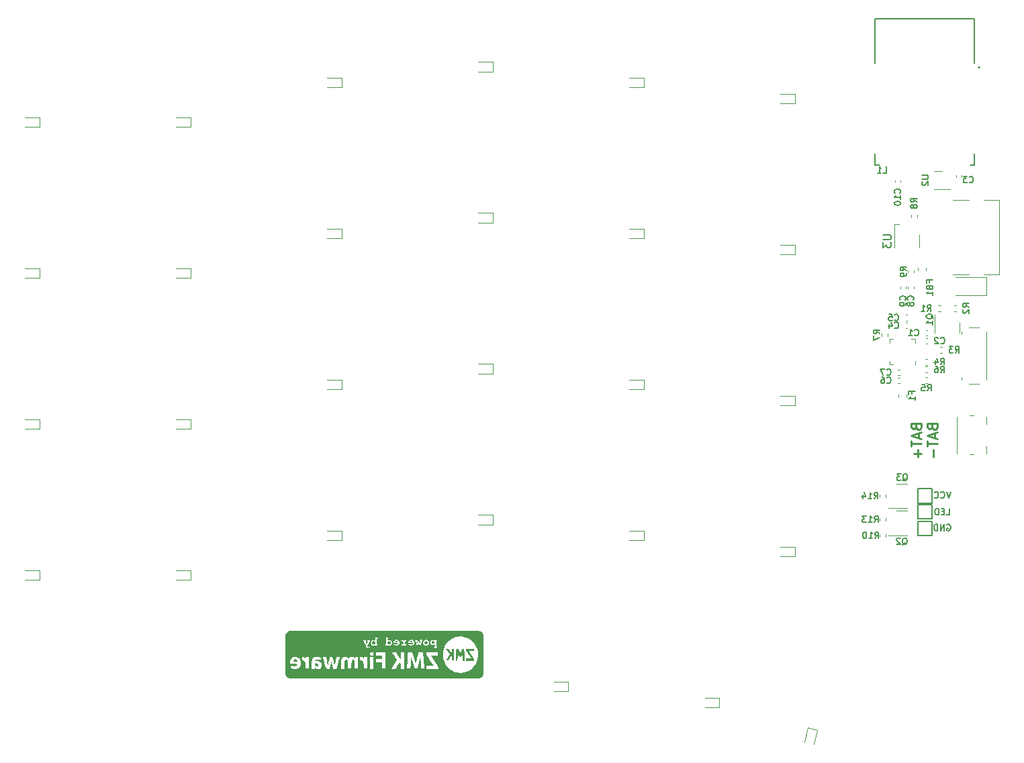
<source format=gbr>
%TF.GenerationSoftware,KiCad,Pcbnew,(6.0.4)*%
%TF.CreationDate,2022-07-09T13:49:58-07:00*%
%TF.ProjectId,Athena54,41746865-6e61-4353-942e-6b696361645f,v1.0.0*%
%TF.SameCoordinates,Original*%
%TF.FileFunction,Legend,Bot*%
%TF.FilePolarity,Positive*%
%FSLAX46Y46*%
G04 Gerber Fmt 4.6, Leading zero omitted, Abs format (unit mm)*
G04 Created by KiCad (PCBNEW (6.0.4)) date 2022-07-09 13:49:58*
%MOMM*%
%LPD*%
G01*
G04 APERTURE LIST*
%ADD10C,0.150000*%
%ADD11C,0.250000*%
%ADD12C,0.120000*%
%ADD13C,0.127000*%
%ADD14C,0.200000*%
G04 APERTURE END LIST*
D10*
%TO.C,L1*%
X107508333Y-4411904D02*
X107889285Y-4411904D01*
X107889285Y-3611904D01*
X106822619Y-4411904D02*
X107279761Y-4411904D01*
X107051190Y-4411904D02*
X107051190Y-3611904D01*
X107127380Y-3726190D01*
X107203571Y-3802380D01*
X107279761Y-3840476D01*
%TO.C,FB1*%
X113367857Y-18188333D02*
X113367857Y-17921666D01*
X113786904Y-17921666D02*
X112986904Y-17921666D01*
X112986904Y-18302619D01*
X113367857Y-18874047D02*
X113405952Y-18988333D01*
X113444047Y-19026428D01*
X113520238Y-19064523D01*
X113634523Y-19064523D01*
X113710714Y-19026428D01*
X113748809Y-18988333D01*
X113786904Y-18912142D01*
X113786904Y-18607380D01*
X112986904Y-18607380D01*
X112986904Y-18874047D01*
X113025000Y-18950238D01*
X113063095Y-18988333D01*
X113139285Y-19026428D01*
X113215476Y-19026428D01*
X113291666Y-18988333D01*
X113329761Y-18950238D01*
X113367857Y-18874047D01*
X113367857Y-18607380D01*
X113786904Y-19826428D02*
X113786904Y-19369285D01*
X113786904Y-19597857D02*
X112986904Y-19597857D01*
X113101190Y-19521666D01*
X113177380Y-19445476D01*
X113215476Y-19369285D01*
%TO.C,C4*%
X108983333Y-23935714D02*
X109021428Y-23973809D01*
X109135714Y-24011904D01*
X109211904Y-24011904D01*
X109326190Y-23973809D01*
X109402380Y-23897619D01*
X109440476Y-23821428D01*
X109478571Y-23669047D01*
X109478571Y-23554761D01*
X109440476Y-23402380D01*
X109402380Y-23326190D01*
X109326190Y-23250000D01*
X109211904Y-23211904D01*
X109135714Y-23211904D01*
X109021428Y-23250000D01*
X108983333Y-23288095D01*
X108297619Y-23478571D02*
X108297619Y-24011904D01*
X108488095Y-23173809D02*
X108678571Y-23745238D01*
X108183333Y-23745238D01*
%TO.C,R13*%
X106414285Y-48486904D02*
X106680952Y-48105952D01*
X106871428Y-48486904D02*
X106871428Y-47686904D01*
X106566666Y-47686904D01*
X106490476Y-47725000D01*
X106452380Y-47763095D01*
X106414285Y-47839285D01*
X106414285Y-47953571D01*
X106452380Y-48029761D01*
X106490476Y-48067857D01*
X106566666Y-48105952D01*
X106871428Y-48105952D01*
X105652380Y-48486904D02*
X106109523Y-48486904D01*
X105880952Y-48486904D02*
X105880952Y-47686904D01*
X105957142Y-47801190D01*
X106033333Y-47877380D01*
X106109523Y-47915476D01*
X105385714Y-47686904D02*
X104890476Y-47686904D01*
X105157142Y-47991666D01*
X105042857Y-47991666D01*
X104966666Y-48029761D01*
X104928571Y-48067857D01*
X104890476Y-48144047D01*
X104890476Y-48334523D01*
X104928571Y-48410714D01*
X104966666Y-48448809D01*
X105042857Y-48486904D01*
X105271428Y-48486904D01*
X105347619Y-48448809D01*
X105385714Y-48410714D01*
%TO.C,U3*%
X107527380Y-12213095D02*
X108336904Y-12213095D01*
X108432142Y-12260714D01*
X108479761Y-12308333D01*
X108527380Y-12403571D01*
X108527380Y-12594047D01*
X108479761Y-12689285D01*
X108432142Y-12736904D01*
X108336904Y-12784523D01*
X107527380Y-12784523D01*
X107527380Y-13165476D02*
X107527380Y-13784523D01*
X107908333Y-13451190D01*
X107908333Y-13594047D01*
X107955952Y-13689285D01*
X108003571Y-13736904D01*
X108098809Y-13784523D01*
X108336904Y-13784523D01*
X108432142Y-13736904D01*
X108479761Y-13689285D01*
X108527380Y-13594047D01*
X108527380Y-13308333D01*
X108479761Y-13213095D01*
X108432142Y-13165476D01*
%TO.C,J4*%
X115584523Y-48750000D02*
X115660714Y-48711904D01*
X115775000Y-48711904D01*
X115889285Y-48750000D01*
X115965476Y-48826190D01*
X116003571Y-48902380D01*
X116041666Y-49054761D01*
X116041666Y-49169047D01*
X116003571Y-49321428D01*
X115965476Y-49397619D01*
X115889285Y-49473809D01*
X115775000Y-49511904D01*
X115698809Y-49511904D01*
X115584523Y-49473809D01*
X115546428Y-49435714D01*
X115546428Y-49169047D01*
X115698809Y-49169047D01*
X115203571Y-49511904D02*
X115203571Y-48711904D01*
X114746428Y-49511904D01*
X114746428Y-48711904D01*
X114365476Y-49511904D02*
X114365476Y-48711904D01*
X114175000Y-48711904D01*
X114060714Y-48750000D01*
X113984523Y-48826190D01*
X113946428Y-48902380D01*
X113908333Y-49054761D01*
X113908333Y-49169047D01*
X113946428Y-49321428D01*
X113984523Y-49397619D01*
X114060714Y-49473809D01*
X114175000Y-49511904D01*
X114365476Y-49511904D01*
X115489285Y-47511904D02*
X115870238Y-47511904D01*
X115870238Y-46711904D01*
X115222619Y-47092857D02*
X114955952Y-47092857D01*
X114841666Y-47511904D02*
X115222619Y-47511904D01*
X115222619Y-46711904D01*
X114841666Y-46711904D01*
X114498809Y-47511904D02*
X114498809Y-46711904D01*
X114308333Y-46711904D01*
X114194047Y-46750000D01*
X114117857Y-46826190D01*
X114079761Y-46902380D01*
X114041666Y-47054761D01*
X114041666Y-47169047D01*
X114079761Y-47321428D01*
X114117857Y-47397619D01*
X114194047Y-47473809D01*
X114308333Y-47511904D01*
X114498809Y-47511904D01*
X116041666Y-44611904D02*
X115775000Y-45411904D01*
X115508333Y-44611904D01*
X114784523Y-45335714D02*
X114822619Y-45373809D01*
X114936904Y-45411904D01*
X115013095Y-45411904D01*
X115127380Y-45373809D01*
X115203571Y-45297619D01*
X115241666Y-45221428D01*
X115279761Y-45069047D01*
X115279761Y-44954761D01*
X115241666Y-44802380D01*
X115203571Y-44726190D01*
X115127380Y-44650000D01*
X115013095Y-44611904D01*
X114936904Y-44611904D01*
X114822619Y-44650000D01*
X114784523Y-44688095D01*
X113984523Y-45335714D02*
X114022619Y-45373809D01*
X114136904Y-45411904D01*
X114213095Y-45411904D01*
X114327380Y-45373809D01*
X114403571Y-45297619D01*
X114441666Y-45221428D01*
X114479761Y-45069047D01*
X114479761Y-44954761D01*
X114441666Y-44802380D01*
X114403571Y-44726190D01*
X114327380Y-44650000D01*
X114213095Y-44611904D01*
X114136904Y-44611904D01*
X114022619Y-44650000D01*
X113984523Y-44688095D01*
%TO.C,R6*%
X114758333Y-29586904D02*
X115025000Y-29205952D01*
X115215476Y-29586904D02*
X115215476Y-28786904D01*
X114910714Y-28786904D01*
X114834523Y-28825000D01*
X114796428Y-28863095D01*
X114758333Y-28939285D01*
X114758333Y-29053571D01*
X114796428Y-29129761D01*
X114834523Y-29167857D01*
X114910714Y-29205952D01*
X115215476Y-29205952D01*
X114072619Y-28786904D02*
X114225000Y-28786904D01*
X114301190Y-28825000D01*
X114339285Y-28863095D01*
X114415476Y-28977380D01*
X114453571Y-29129761D01*
X114453571Y-29434523D01*
X114415476Y-29510714D01*
X114377380Y-29548809D01*
X114301190Y-29586904D01*
X114148809Y-29586904D01*
X114072619Y-29548809D01*
X114034523Y-29510714D01*
X113996428Y-29434523D01*
X113996428Y-29244047D01*
X114034523Y-29167857D01*
X114072619Y-29129761D01*
X114148809Y-29091666D01*
X114301190Y-29091666D01*
X114377380Y-29129761D01*
X114415476Y-29167857D01*
X114453571Y-29244047D01*
%TO.C,R3*%
X116608333Y-27086904D02*
X116875000Y-26705952D01*
X117065476Y-27086904D02*
X117065476Y-26286904D01*
X116760714Y-26286904D01*
X116684523Y-26325000D01*
X116646428Y-26363095D01*
X116608333Y-26439285D01*
X116608333Y-26553571D01*
X116646428Y-26629761D01*
X116684523Y-26667857D01*
X116760714Y-26705952D01*
X117065476Y-26705952D01*
X116341666Y-26286904D02*
X115846428Y-26286904D01*
X116113095Y-26591666D01*
X115998809Y-26591666D01*
X115922619Y-26629761D01*
X115884523Y-26667857D01*
X115846428Y-26744047D01*
X115846428Y-26934523D01*
X115884523Y-27010714D01*
X115922619Y-27048809D01*
X115998809Y-27086904D01*
X116227380Y-27086904D01*
X116303571Y-27048809D01*
X116341666Y-27010714D01*
%TO.C,R5*%
X113108333Y-31886904D02*
X113375000Y-31505952D01*
X113565476Y-31886904D02*
X113565476Y-31086904D01*
X113260714Y-31086904D01*
X113184523Y-31125000D01*
X113146428Y-31163095D01*
X113108333Y-31239285D01*
X113108333Y-31353571D01*
X113146428Y-31429761D01*
X113184523Y-31467857D01*
X113260714Y-31505952D01*
X113565476Y-31505952D01*
X112384523Y-31086904D02*
X112765476Y-31086904D01*
X112803571Y-31467857D01*
X112765476Y-31429761D01*
X112689285Y-31391666D01*
X112498809Y-31391666D01*
X112422619Y-31429761D01*
X112384523Y-31467857D01*
X112346428Y-31544047D01*
X112346428Y-31734523D01*
X112384523Y-31810714D01*
X112422619Y-31848809D01*
X112498809Y-31886904D01*
X112689285Y-31886904D01*
X112765476Y-31848809D01*
X112803571Y-31810714D01*
%TO.C,C6*%
X107988333Y-30850714D02*
X108026428Y-30888809D01*
X108140714Y-30926904D01*
X108216904Y-30926904D01*
X108331190Y-30888809D01*
X108407380Y-30812619D01*
X108445476Y-30736428D01*
X108483571Y-30584047D01*
X108483571Y-30469761D01*
X108445476Y-30317380D01*
X108407380Y-30241190D01*
X108331190Y-30165000D01*
X108216904Y-30126904D01*
X108140714Y-30126904D01*
X108026428Y-30165000D01*
X107988333Y-30203095D01*
X107302619Y-30126904D02*
X107455000Y-30126904D01*
X107531190Y-30165000D01*
X107569285Y-30203095D01*
X107645476Y-30317380D01*
X107683571Y-30469761D01*
X107683571Y-30774523D01*
X107645476Y-30850714D01*
X107607380Y-30888809D01*
X107531190Y-30926904D01*
X107378809Y-30926904D01*
X107302619Y-30888809D01*
X107264523Y-30850714D01*
X107226428Y-30774523D01*
X107226428Y-30584047D01*
X107264523Y-30507857D01*
X107302619Y-30469761D01*
X107378809Y-30431666D01*
X107531190Y-30431666D01*
X107607380Y-30469761D01*
X107645476Y-30507857D01*
X107683571Y-30584047D01*
%TO.C,R1*%
X113093333Y-21836904D02*
X113360000Y-21455952D01*
X113550476Y-21836904D02*
X113550476Y-21036904D01*
X113245714Y-21036904D01*
X113169523Y-21075000D01*
X113131428Y-21113095D01*
X113093333Y-21189285D01*
X113093333Y-21303571D01*
X113131428Y-21379761D01*
X113169523Y-21417857D01*
X113245714Y-21455952D01*
X113550476Y-21455952D01*
X112331428Y-21836904D02*
X112788571Y-21836904D01*
X112560000Y-21836904D02*
X112560000Y-21036904D01*
X112636190Y-21151190D01*
X112712380Y-21227380D01*
X112788571Y-21265476D01*
%TO.C,F1*%
X111142857Y-32233333D02*
X111142857Y-31966666D01*
X111561904Y-31966666D02*
X110761904Y-31966666D01*
X110761904Y-32347619D01*
X111561904Y-33071428D02*
X111561904Y-32614285D01*
X111561904Y-32842857D02*
X110761904Y-32842857D01*
X110876190Y-32766666D01*
X110952380Y-32690476D01*
X110990476Y-32614285D01*
%TO.C,C5*%
X108983333Y-22935714D02*
X109021428Y-22973809D01*
X109135714Y-23011904D01*
X109211904Y-23011904D01*
X109326190Y-22973809D01*
X109402380Y-22897619D01*
X109440476Y-22821428D01*
X109478571Y-22669047D01*
X109478571Y-22554761D01*
X109440476Y-22402380D01*
X109402380Y-22326190D01*
X109326190Y-22250000D01*
X109211904Y-22211904D01*
X109135714Y-22211904D01*
X109021428Y-22250000D01*
X108983333Y-22288095D01*
X108259523Y-22211904D02*
X108640476Y-22211904D01*
X108678571Y-22592857D01*
X108640476Y-22554761D01*
X108564285Y-22516666D01*
X108373809Y-22516666D01*
X108297619Y-22554761D01*
X108259523Y-22592857D01*
X108221428Y-22669047D01*
X108221428Y-22859523D01*
X108259523Y-22935714D01*
X108297619Y-22973809D01*
X108373809Y-23011904D01*
X108564285Y-23011904D01*
X108640476Y-22973809D01*
X108678571Y-22935714D01*
%TO.C,R7*%
X107111904Y-24666666D02*
X106730952Y-24400000D01*
X107111904Y-24209523D02*
X106311904Y-24209523D01*
X106311904Y-24514285D01*
X106350000Y-24590476D01*
X106388095Y-24628571D01*
X106464285Y-24666666D01*
X106578571Y-24666666D01*
X106654761Y-24628571D01*
X106692857Y-24590476D01*
X106730952Y-24514285D01*
X106730952Y-24209523D01*
X106311904Y-24933333D02*
X106311904Y-25466666D01*
X107111904Y-25123809D01*
%TO.C,R10*%
X106489285Y-50486904D02*
X106755952Y-50105952D01*
X106946428Y-50486904D02*
X106946428Y-49686904D01*
X106641666Y-49686904D01*
X106565476Y-49725000D01*
X106527380Y-49763095D01*
X106489285Y-49839285D01*
X106489285Y-49953571D01*
X106527380Y-50029761D01*
X106565476Y-50067857D01*
X106641666Y-50105952D01*
X106946428Y-50105952D01*
X105727380Y-50486904D02*
X106184523Y-50486904D01*
X105955952Y-50486904D02*
X105955952Y-49686904D01*
X106032142Y-49801190D01*
X106108333Y-49877380D01*
X106184523Y-49915476D01*
X105232142Y-49686904D02*
X105155952Y-49686904D01*
X105079761Y-49725000D01*
X105041666Y-49763095D01*
X105003571Y-49839285D01*
X104965476Y-49991666D01*
X104965476Y-50182142D01*
X105003571Y-50334523D01*
X105041666Y-50410714D01*
X105079761Y-50448809D01*
X105155952Y-50486904D01*
X105232142Y-50486904D01*
X105308333Y-50448809D01*
X105346428Y-50410714D01*
X105384523Y-50334523D01*
X105422619Y-50182142D01*
X105422619Y-49991666D01*
X105384523Y-49839285D01*
X105346428Y-49763095D01*
X105308333Y-49725000D01*
X105232142Y-49686904D01*
%TO.C,Q1*%
X113838095Y-22798809D02*
X113800000Y-22722619D01*
X113723809Y-22646428D01*
X113609523Y-22532142D01*
X113571428Y-22455952D01*
X113571428Y-22379761D01*
X113761904Y-22417857D02*
X113723809Y-22341666D01*
X113647619Y-22265476D01*
X113495238Y-22227380D01*
X113228571Y-22227380D01*
X113076190Y-22265476D01*
X113000000Y-22341666D01*
X112961904Y-22417857D01*
X112961904Y-22570238D01*
X113000000Y-22646428D01*
X113076190Y-22722619D01*
X113228571Y-22760714D01*
X113495238Y-22760714D01*
X113647619Y-22722619D01*
X113723809Y-22646428D01*
X113761904Y-22570238D01*
X113761904Y-22417857D01*
X113761904Y-23522619D02*
X113761904Y-23065476D01*
X113761904Y-23294047D02*
X112961904Y-23294047D01*
X113076190Y-23217857D01*
X113152380Y-23141666D01*
X113190476Y-23065476D01*
%TO.C,R4*%
X114758333Y-28586904D02*
X115025000Y-28205952D01*
X115215476Y-28586904D02*
X115215476Y-27786904D01*
X114910714Y-27786904D01*
X114834523Y-27825000D01*
X114796428Y-27863095D01*
X114758333Y-27939285D01*
X114758333Y-28053571D01*
X114796428Y-28129761D01*
X114834523Y-28167857D01*
X114910714Y-28205952D01*
X115215476Y-28205952D01*
X114072619Y-28053571D02*
X114072619Y-28586904D01*
X114263095Y-27748809D02*
X114453571Y-28320238D01*
X113958333Y-28320238D01*
D11*
%TO.C,J1*%
X111685714Y-36453571D02*
X111745238Y-36632142D01*
X111804761Y-36691666D01*
X111923809Y-36751190D01*
X112102380Y-36751190D01*
X112221428Y-36691666D01*
X112280952Y-36632142D01*
X112340476Y-36513095D01*
X112340476Y-36036904D01*
X111090476Y-36036904D01*
X111090476Y-36453571D01*
X111150000Y-36572619D01*
X111209523Y-36632142D01*
X111328571Y-36691666D01*
X111447619Y-36691666D01*
X111566666Y-36632142D01*
X111626190Y-36572619D01*
X111685714Y-36453571D01*
X111685714Y-36036904D01*
X111983333Y-37227380D02*
X111983333Y-37822619D01*
X112340476Y-37108333D02*
X111090476Y-37525000D01*
X112340476Y-37941666D01*
X111090476Y-38179761D02*
X111090476Y-38894047D01*
X112340476Y-38536904D02*
X111090476Y-38536904D01*
X111864285Y-39310714D02*
X111864285Y-40263095D01*
X112340476Y-39786904D02*
X111388095Y-39786904D01*
X113685714Y-36453571D02*
X113745238Y-36632142D01*
X113804761Y-36691666D01*
X113923809Y-36751190D01*
X114102380Y-36751190D01*
X114221428Y-36691666D01*
X114280952Y-36632142D01*
X114340476Y-36513095D01*
X114340476Y-36036904D01*
X113090476Y-36036904D01*
X113090476Y-36453571D01*
X113150000Y-36572619D01*
X113209523Y-36632142D01*
X113328571Y-36691666D01*
X113447619Y-36691666D01*
X113566666Y-36632142D01*
X113626190Y-36572619D01*
X113685714Y-36453571D01*
X113685714Y-36036904D01*
X113983333Y-37227380D02*
X113983333Y-37822619D01*
X114340476Y-37108333D02*
X113090476Y-37525000D01*
X114340476Y-37941666D01*
X113090476Y-38179761D02*
X113090476Y-38894047D01*
X114340476Y-38536904D02*
X113090476Y-38536904D01*
X113864285Y-39310714D02*
X113864285Y-40263095D01*
D10*
%TO.C,C7*%
X107988333Y-29850714D02*
X108026428Y-29888809D01*
X108140714Y-29926904D01*
X108216904Y-29926904D01*
X108331190Y-29888809D01*
X108407380Y-29812619D01*
X108445476Y-29736428D01*
X108483571Y-29584047D01*
X108483571Y-29469761D01*
X108445476Y-29317380D01*
X108407380Y-29241190D01*
X108331190Y-29165000D01*
X108216904Y-29126904D01*
X108140714Y-29126904D01*
X108026428Y-29165000D01*
X107988333Y-29203095D01*
X107721666Y-29126904D02*
X107188333Y-29126904D01*
X107531190Y-29926904D01*
%TO.C,C8*%
X111285714Y-20416666D02*
X111323809Y-20378571D01*
X111361904Y-20264285D01*
X111361904Y-20188095D01*
X111323809Y-20073809D01*
X111247619Y-19997619D01*
X111171428Y-19959523D01*
X111019047Y-19921428D01*
X110904761Y-19921428D01*
X110752380Y-19959523D01*
X110676190Y-19997619D01*
X110600000Y-20073809D01*
X110561904Y-20188095D01*
X110561904Y-20264285D01*
X110600000Y-20378571D01*
X110638095Y-20416666D01*
X110904761Y-20873809D02*
X110866666Y-20797619D01*
X110828571Y-20759523D01*
X110752380Y-20721428D01*
X110714285Y-20721428D01*
X110638095Y-20759523D01*
X110600000Y-20797619D01*
X110561904Y-20873809D01*
X110561904Y-21026190D01*
X110600000Y-21102380D01*
X110638095Y-21140476D01*
X110714285Y-21178571D01*
X110752380Y-21178571D01*
X110828571Y-21140476D01*
X110866666Y-21102380D01*
X110904761Y-21026190D01*
X110904761Y-20873809D01*
X110942857Y-20797619D01*
X110980952Y-20759523D01*
X111057142Y-20721428D01*
X111209523Y-20721428D01*
X111285714Y-20759523D01*
X111323809Y-20797619D01*
X111361904Y-20873809D01*
X111361904Y-21026190D01*
X111323809Y-21102380D01*
X111285714Y-21140476D01*
X111209523Y-21178571D01*
X111057142Y-21178571D01*
X110980952Y-21140476D01*
X110942857Y-21102380D01*
X110904761Y-21026190D01*
%TO.C,C2*%
X114783333Y-25885714D02*
X114821428Y-25923809D01*
X114935714Y-25961904D01*
X115011904Y-25961904D01*
X115126190Y-25923809D01*
X115202380Y-25847619D01*
X115240476Y-25771428D01*
X115278571Y-25619047D01*
X115278571Y-25504761D01*
X115240476Y-25352380D01*
X115202380Y-25276190D01*
X115126190Y-25200000D01*
X115011904Y-25161904D01*
X114935714Y-25161904D01*
X114821428Y-25200000D01*
X114783333Y-25238095D01*
X114478571Y-25238095D02*
X114440476Y-25200000D01*
X114364285Y-25161904D01*
X114173809Y-25161904D01*
X114097619Y-25200000D01*
X114059523Y-25238095D01*
X114021428Y-25314285D01*
X114021428Y-25390476D01*
X114059523Y-25504761D01*
X114516666Y-25961904D01*
X114021428Y-25961904D01*
%TO.C,Q3*%
X109976190Y-43238095D02*
X110052380Y-43200000D01*
X110128571Y-43123809D01*
X110242857Y-43009523D01*
X110319047Y-42971428D01*
X110395238Y-42971428D01*
X110357142Y-43161904D02*
X110433333Y-43123809D01*
X110509523Y-43047619D01*
X110547619Y-42895238D01*
X110547619Y-42628571D01*
X110509523Y-42476190D01*
X110433333Y-42400000D01*
X110357142Y-42361904D01*
X110204761Y-42361904D01*
X110128571Y-42400000D01*
X110052380Y-42476190D01*
X110014285Y-42628571D01*
X110014285Y-42895238D01*
X110052380Y-43047619D01*
X110128571Y-43123809D01*
X110204761Y-43161904D01*
X110357142Y-43161904D01*
X109747619Y-42361904D02*
X109252380Y-42361904D01*
X109519047Y-42666666D01*
X109404761Y-42666666D01*
X109328571Y-42704761D01*
X109290476Y-42742857D01*
X109252380Y-42819047D01*
X109252380Y-43009523D01*
X109290476Y-43085714D01*
X109328571Y-43123809D01*
X109404761Y-43161904D01*
X109633333Y-43161904D01*
X109709523Y-43123809D01*
X109747619Y-43085714D01*
%TO.C,C9*%
X110335714Y-20416666D02*
X110373809Y-20378571D01*
X110411904Y-20264285D01*
X110411904Y-20188095D01*
X110373809Y-20073809D01*
X110297619Y-19997619D01*
X110221428Y-19959523D01*
X110069047Y-19921428D01*
X109954761Y-19921428D01*
X109802380Y-19959523D01*
X109726190Y-19997619D01*
X109650000Y-20073809D01*
X109611904Y-20188095D01*
X109611904Y-20264285D01*
X109650000Y-20378571D01*
X109688095Y-20416666D01*
X110411904Y-20797619D02*
X110411904Y-20950000D01*
X110373809Y-21026190D01*
X110335714Y-21064285D01*
X110221428Y-21140476D01*
X110069047Y-21178571D01*
X109764285Y-21178571D01*
X109688095Y-21140476D01*
X109650000Y-21102380D01*
X109611904Y-21026190D01*
X109611904Y-20873809D01*
X109650000Y-20797619D01*
X109688095Y-20759523D01*
X109764285Y-20721428D01*
X109954761Y-20721428D01*
X110030952Y-20759523D01*
X110069047Y-20797619D01*
X110107142Y-20873809D01*
X110107142Y-21026190D01*
X110069047Y-21102380D01*
X110030952Y-21140476D01*
X109954761Y-21178571D01*
%TO.C,C1*%
X111508333Y-24860714D02*
X111546428Y-24898809D01*
X111660714Y-24936904D01*
X111736904Y-24936904D01*
X111851190Y-24898809D01*
X111927380Y-24822619D01*
X111965476Y-24746428D01*
X112003571Y-24594047D01*
X112003571Y-24479761D01*
X111965476Y-24327380D01*
X111927380Y-24251190D01*
X111851190Y-24175000D01*
X111736904Y-24136904D01*
X111660714Y-24136904D01*
X111546428Y-24175000D01*
X111508333Y-24213095D01*
X110746428Y-24936904D02*
X111203571Y-24936904D01*
X110975000Y-24936904D02*
X110975000Y-24136904D01*
X111051190Y-24251190D01*
X111127380Y-24327380D01*
X111203571Y-24365476D01*
%TO.C,R8*%
X111786904Y-8066666D02*
X111405952Y-7800000D01*
X111786904Y-7609523D02*
X110986904Y-7609523D01*
X110986904Y-7914285D01*
X111025000Y-7990476D01*
X111063095Y-8028571D01*
X111139285Y-8066666D01*
X111253571Y-8066666D01*
X111329761Y-8028571D01*
X111367857Y-7990476D01*
X111405952Y-7914285D01*
X111405952Y-7609523D01*
X111329761Y-8523809D02*
X111291666Y-8447619D01*
X111253571Y-8409523D01*
X111177380Y-8371428D01*
X111139285Y-8371428D01*
X111063095Y-8409523D01*
X111025000Y-8447619D01*
X110986904Y-8523809D01*
X110986904Y-8676190D01*
X111025000Y-8752380D01*
X111063095Y-8790476D01*
X111139285Y-8828571D01*
X111177380Y-8828571D01*
X111253571Y-8790476D01*
X111291666Y-8752380D01*
X111329761Y-8676190D01*
X111329761Y-8523809D01*
X111367857Y-8447619D01*
X111405952Y-8409523D01*
X111482142Y-8371428D01*
X111634523Y-8371428D01*
X111710714Y-8409523D01*
X111748809Y-8447619D01*
X111786904Y-8523809D01*
X111786904Y-8676190D01*
X111748809Y-8752380D01*
X111710714Y-8790476D01*
X111634523Y-8828571D01*
X111482142Y-8828571D01*
X111405952Y-8790476D01*
X111367857Y-8752380D01*
X111329761Y-8676190D01*
%TO.C,R14*%
X106389285Y-45486904D02*
X106655952Y-45105952D01*
X106846428Y-45486904D02*
X106846428Y-44686904D01*
X106541666Y-44686904D01*
X106465476Y-44725000D01*
X106427380Y-44763095D01*
X106389285Y-44839285D01*
X106389285Y-44953571D01*
X106427380Y-45029761D01*
X106465476Y-45067857D01*
X106541666Y-45105952D01*
X106846428Y-45105952D01*
X105627380Y-45486904D02*
X106084523Y-45486904D01*
X105855952Y-45486904D02*
X105855952Y-44686904D01*
X105932142Y-44801190D01*
X106008333Y-44877380D01*
X106084523Y-44915476D01*
X104941666Y-44953571D02*
X104941666Y-45486904D01*
X105132142Y-44648809D02*
X105322619Y-45220238D01*
X104827380Y-45220238D01*
%TO.C,R2*%
X118361904Y-21341666D02*
X117980952Y-21075000D01*
X118361904Y-20884523D02*
X117561904Y-20884523D01*
X117561904Y-21189285D01*
X117600000Y-21265476D01*
X117638095Y-21303571D01*
X117714285Y-21341666D01*
X117828571Y-21341666D01*
X117904761Y-21303571D01*
X117942857Y-21265476D01*
X117980952Y-21189285D01*
X117980952Y-20884523D01*
X117638095Y-21646428D02*
X117600000Y-21684523D01*
X117561904Y-21760714D01*
X117561904Y-21951190D01*
X117600000Y-22027380D01*
X117638095Y-22065476D01*
X117714285Y-22103571D01*
X117790476Y-22103571D01*
X117904761Y-22065476D01*
X118361904Y-21608333D01*
X118361904Y-22103571D01*
%TO.C,C10*%
X109660714Y-6935714D02*
X109698809Y-6897619D01*
X109736904Y-6783333D01*
X109736904Y-6707142D01*
X109698809Y-6592857D01*
X109622619Y-6516666D01*
X109546428Y-6478571D01*
X109394047Y-6440476D01*
X109279761Y-6440476D01*
X109127380Y-6478571D01*
X109051190Y-6516666D01*
X108975000Y-6592857D01*
X108936904Y-6707142D01*
X108936904Y-6783333D01*
X108975000Y-6897619D01*
X109013095Y-6935714D01*
X109736904Y-7697619D02*
X109736904Y-7240476D01*
X109736904Y-7469047D02*
X108936904Y-7469047D01*
X109051190Y-7392857D01*
X109127380Y-7316666D01*
X109165476Y-7240476D01*
X108936904Y-8192857D02*
X108936904Y-8269047D01*
X108975000Y-8345238D01*
X109013095Y-8383333D01*
X109089285Y-8421428D01*
X109241666Y-8459523D01*
X109432142Y-8459523D01*
X109584523Y-8421428D01*
X109660714Y-8383333D01*
X109698809Y-8345238D01*
X109736904Y-8269047D01*
X109736904Y-8192857D01*
X109698809Y-8116666D01*
X109660714Y-8078571D01*
X109584523Y-8040476D01*
X109432142Y-8002380D01*
X109241666Y-8002380D01*
X109089285Y-8040476D01*
X109013095Y-8078571D01*
X108975000Y-8116666D01*
X108936904Y-8192857D01*
%TO.C,R9*%
X110461904Y-16691666D02*
X110080952Y-16425000D01*
X110461904Y-16234523D02*
X109661904Y-16234523D01*
X109661904Y-16539285D01*
X109700000Y-16615476D01*
X109738095Y-16653571D01*
X109814285Y-16691666D01*
X109928571Y-16691666D01*
X110004761Y-16653571D01*
X110042857Y-16615476D01*
X110080952Y-16539285D01*
X110080952Y-16234523D01*
X110461904Y-17072619D02*
X110461904Y-17225000D01*
X110423809Y-17301190D01*
X110385714Y-17339285D01*
X110271428Y-17415476D01*
X110119047Y-17453571D01*
X109814285Y-17453571D01*
X109738095Y-17415476D01*
X109700000Y-17377380D01*
X109661904Y-17301190D01*
X109661904Y-17148809D01*
X109700000Y-17072619D01*
X109738095Y-17034523D01*
X109814285Y-16996428D01*
X110004761Y-16996428D01*
X110080952Y-17034523D01*
X110119047Y-17072619D01*
X110157142Y-17148809D01*
X110157142Y-17301190D01*
X110119047Y-17377380D01*
X110080952Y-17415476D01*
X110004761Y-17453571D01*
%TO.C,Q2*%
X109951190Y-51313095D02*
X110027380Y-51275000D01*
X110103571Y-51198809D01*
X110217857Y-51084523D01*
X110294047Y-51046428D01*
X110370238Y-51046428D01*
X110332142Y-51236904D02*
X110408333Y-51198809D01*
X110484523Y-51122619D01*
X110522619Y-50970238D01*
X110522619Y-50703571D01*
X110484523Y-50551190D01*
X110408333Y-50475000D01*
X110332142Y-50436904D01*
X110179761Y-50436904D01*
X110103571Y-50475000D01*
X110027380Y-50551190D01*
X109989285Y-50703571D01*
X109989285Y-50970238D01*
X110027380Y-51122619D01*
X110103571Y-51198809D01*
X110179761Y-51236904D01*
X110332142Y-51236904D01*
X109684523Y-50513095D02*
X109646428Y-50475000D01*
X109570238Y-50436904D01*
X109379761Y-50436904D01*
X109303571Y-50475000D01*
X109265476Y-50513095D01*
X109227380Y-50589285D01*
X109227380Y-50665476D01*
X109265476Y-50779761D01*
X109722619Y-51236904D01*
X109227380Y-51236904D01*
%TO.C,C3*%
X118383333Y-5535714D02*
X118421428Y-5573809D01*
X118535714Y-5611904D01*
X118611904Y-5611904D01*
X118726190Y-5573809D01*
X118802380Y-5497619D01*
X118840476Y-5421428D01*
X118878571Y-5269047D01*
X118878571Y-5154761D01*
X118840476Y-5002380D01*
X118802380Y-4926190D01*
X118726190Y-4850000D01*
X118611904Y-4811904D01*
X118535714Y-4811904D01*
X118421428Y-4850000D01*
X118383333Y-4888095D01*
X118116666Y-4811904D02*
X117621428Y-4811904D01*
X117888095Y-5116666D01*
X117773809Y-5116666D01*
X117697619Y-5154761D01*
X117659523Y-5192857D01*
X117621428Y-5269047D01*
X117621428Y-5459523D01*
X117659523Y-5535714D01*
X117697619Y-5573809D01*
X117773809Y-5611904D01*
X118002380Y-5611904D01*
X118078571Y-5573809D01*
X118116666Y-5535714D01*
%TO.C,U2*%
X112411904Y-4690476D02*
X113059523Y-4690476D01*
X113135714Y-4728571D01*
X113173809Y-4766666D01*
X113211904Y-4842857D01*
X113211904Y-4995238D01*
X113173809Y-5071428D01*
X113135714Y-5109523D01*
X113059523Y-5147619D01*
X112411904Y-5147619D01*
X112488095Y-5490476D02*
X112450000Y-5528571D01*
X112411904Y-5604761D01*
X112411904Y-5795238D01*
X112450000Y-5871428D01*
X112488095Y-5909523D01*
X112564285Y-5947619D01*
X112640476Y-5947619D01*
X112754761Y-5909523D01*
X113211904Y-5452380D01*
X113211904Y-5947619D01*
D12*
%TO.C,SW1*%
X117400000Y-30175000D02*
X117400000Y-30525000D01*
X117400000Y-24425000D02*
X117400000Y-24775000D01*
X118300000Y-23925000D02*
X119600000Y-23925000D01*
X119600000Y-31025000D02*
X118300000Y-31025000D01*
X120500000Y-30525000D02*
X120500000Y-24425000D01*
%TO.C,F2*%
X112935000Y-16337221D02*
X112935000Y-16662779D01*
X111915000Y-16337221D02*
X111915000Y-16662779D01*
%TO.C,D21*%
X75500000Y-11450000D02*
X77350000Y-11450000D01*
X75500000Y-12650000D02*
X77350000Y-12650000D01*
X77350000Y-11450000D02*
X77350000Y-12650000D01*
%TO.C,D8*%
X20200000Y-16450000D02*
X20200000Y-17650000D01*
X18350000Y-17650000D02*
X20200000Y-17650000D01*
X18350000Y-16450000D02*
X20200000Y-16450000D01*
%TO.C,D4*%
X1150000Y-16450000D02*
X1150000Y-17650000D01*
X-700000Y-17650000D02*
X1150000Y-17650000D01*
X-700000Y-16450000D02*
X1150000Y-16450000D01*
%TO.C,D17*%
X58300000Y-28500000D02*
X58300000Y-29700000D01*
X56450000Y-28500000D02*
X58300000Y-28500000D01*
X56450000Y-29700000D02*
X58300000Y-29700000D01*
%TO.C,D28*%
X94550000Y-52750000D02*
X96400000Y-52750000D01*
X94550000Y-51550000D02*
X96400000Y-51550000D01*
X96400000Y-51550000D02*
X96400000Y-52750000D01*
%TO.C,D6*%
X-700000Y-54550000D02*
X1150000Y-54550000D01*
X1150000Y-54550000D02*
X1150000Y-55750000D01*
X-700000Y-55750000D02*
X1150000Y-55750000D01*
%TO.C,D5*%
X-700000Y-36700000D02*
X1150000Y-36700000D01*
X1150000Y-35500000D02*
X1150000Y-36700000D01*
X-700000Y-35500000D02*
X1150000Y-35500000D01*
%TO.C,D9*%
X20200000Y-35500000D02*
X20200000Y-36700000D01*
X18350000Y-36700000D02*
X20200000Y-36700000D01*
X18350000Y-35500000D02*
X20200000Y-35500000D01*
%TO.C,D16*%
X58300000Y-9450000D02*
X58300000Y-10650000D01*
X56450000Y-10650000D02*
X58300000Y-10650000D01*
X56450000Y-9450000D02*
X58300000Y-9450000D01*
%TO.C,D18*%
X58300000Y-47550000D02*
X58300000Y-48750000D01*
X56450000Y-48750000D02*
X58300000Y-48750000D01*
X56450000Y-47550000D02*
X58300000Y-47550000D01*
%TO.C,D19*%
X65975000Y-69800000D02*
X67825000Y-69800000D01*
X67825000Y-68600000D02*
X67825000Y-69800000D01*
X65975000Y-68600000D02*
X67825000Y-68600000D01*
%TO.C,D20*%
X75500000Y7600000D02*
X77350000Y7600000D01*
X75500000Y6400000D02*
X77350000Y6400000D01*
X77350000Y7600000D02*
X77350000Y6400000D01*
%TO.C,SW29*%
X116825000Y-35125000D02*
X116825000Y-39825000D01*
X120525000Y-35125000D02*
X120525000Y-36050000D01*
X118400000Y-39925000D02*
X118950000Y-39925000D01*
X120525000Y-38900000D02*
X120525000Y-39825000D01*
X118400000Y-35025000D02*
X118950000Y-35025000D01*
%TO.C,D15*%
X58300000Y9600000D02*
X58300000Y8400000D01*
X56450000Y8400000D02*
X58300000Y8400000D01*
X56450000Y9600000D02*
X58300000Y9600000D01*
%TO.C,D12*%
X37400000Y-11450000D02*
X39250000Y-11450000D01*
X37400000Y-12650000D02*
X39250000Y-12650000D01*
X39250000Y-11450000D02*
X39250000Y-12650000D01*
%TO.C,D22*%
X75500000Y-31700000D02*
X77350000Y-31700000D01*
X77350000Y-30500000D02*
X77350000Y-31700000D01*
X75500000Y-30500000D02*
X77350000Y-30500000D01*
%TO.C,D3*%
X1150000Y2600000D02*
X1150000Y1400000D01*
X-700000Y2600000D02*
X1150000Y2600000D01*
X-700000Y1400000D02*
X1150000Y1400000D01*
%TO.C,D23*%
X75500000Y-49550000D02*
X77350000Y-49550000D01*
X75500000Y-50750000D02*
X77350000Y-50750000D01*
X77350000Y-49550000D02*
X77350000Y-50750000D01*
%TO.C,D13*%
X37400000Y-31700000D02*
X39250000Y-31700000D01*
X39250000Y-30500000D02*
X39250000Y-31700000D01*
X37400000Y-30500000D02*
X39250000Y-30500000D01*
%TO.C,D7*%
X20200000Y2600000D02*
X20200000Y1400000D01*
X18350000Y1400000D02*
X20200000Y1400000D01*
X18350000Y2600000D02*
X20200000Y2600000D01*
%TO.C,D26*%
X96400000Y-13450000D02*
X96400000Y-14650000D01*
X94550000Y-13450000D02*
X96400000Y-13450000D01*
X94550000Y-14650000D02*
X96400000Y-14650000D01*
%TO.C,D14*%
X37400000Y-49550000D02*
X39250000Y-49550000D01*
X39250000Y-49550000D02*
X39250000Y-50750000D01*
X37400000Y-50750000D02*
X39250000Y-50750000D01*
%TO.C,D25*%
X96400000Y5600000D02*
X96400000Y4400000D01*
X94550000Y5600000D02*
X96400000Y5600000D01*
X94550000Y4400000D02*
X96400000Y4400000D01*
%TO.C,J2*%
X120225000Y-17175000D02*
X122125000Y-17175000D01*
X116325000Y-17175000D02*
X118325000Y-17175000D01*
X120225000Y-7775000D02*
X122125000Y-7775000D01*
X122125000Y-7775000D02*
X122125000Y-17175000D01*
X116325000Y-7775000D02*
X118325000Y-7775000D01*
%TO.C,D29*%
X98060030Y-74390819D02*
X99219141Y-74701402D01*
X97581215Y-76177782D02*
X98060030Y-74390819D01*
X98740326Y-76488365D02*
X99219141Y-74701402D01*
%TO.C,D10*%
X20200000Y-54550000D02*
X20200000Y-55750000D01*
X18350000Y-54550000D02*
X20200000Y-54550000D01*
X18350000Y-55750000D02*
X20200000Y-55750000D01*
%TO.C,D1*%
X116625000Y-17570000D02*
X120510000Y-17570000D01*
X120510000Y-19840000D02*
X116625000Y-19840000D01*
X120510000Y-17570000D02*
X120510000Y-19840000D01*
%TO.C,D27*%
X94550000Y-33700000D02*
X96400000Y-33700000D01*
X96400000Y-32500000D02*
X96400000Y-33700000D01*
X94550000Y-32500000D02*
X96400000Y-32500000D01*
%TO.C,D11*%
X39250000Y7600000D02*
X39250000Y6400000D01*
X37400000Y6400000D02*
X39250000Y6400000D01*
X37400000Y7600000D02*
X39250000Y7600000D01*
%TO.C,D24*%
X85025000Y-70600000D02*
X86875000Y-70600000D01*
X86875000Y-70600000D02*
X86875000Y-71800000D01*
X85025000Y-71800000D02*
X86875000Y-71800000D01*
%TO.C,C4*%
X110342164Y-23290000D02*
X110557836Y-23290000D01*
X110342164Y-24010000D02*
X110557836Y-24010000D01*
%TO.C,R13*%
X107855000Y-47971359D02*
X107855000Y-48278641D01*
X107095000Y-47971359D02*
X107095000Y-48278641D01*
%TO.C,U3*%
X112035000Y-12975000D02*
X112035000Y-13775000D01*
X108915000Y-10875000D02*
X108915000Y-13775000D01*
X109525000Y-10875000D02*
X108915000Y-10875000D01*
X112035000Y-12975000D02*
X112035000Y-12175000D01*
D10*
%TO.C,J4*%
X111875000Y-48050000D02*
X113675000Y-48050000D01*
X111875000Y-48350000D02*
X111875000Y-50150000D01*
X111875000Y-46250000D02*
X111875000Y-48050000D01*
X111875000Y-44250000D02*
X111875000Y-46050000D01*
X113675000Y-46250000D02*
X111875000Y-46250000D01*
X113675000Y-44250000D02*
X111875000Y-44250000D01*
X113675000Y-48350000D02*
X113675000Y-50150000D01*
X113675000Y-46050000D02*
X113675000Y-44250000D01*
X113675000Y-46250000D02*
X113675000Y-48050000D01*
X113675000Y-48350000D02*
X111875000Y-48350000D01*
X111875000Y-50150000D02*
X113675000Y-50150000D01*
X111875000Y-46050000D02*
X113675000Y-46050000D01*
D12*
%TO.C,R6*%
X113128641Y-28845000D02*
X112821359Y-28845000D01*
X113128641Y-29605000D02*
X112821359Y-29605000D01*
%TO.C,R3*%
X114978641Y-27105000D02*
X114671359Y-27105000D01*
X114978641Y-26345000D02*
X114671359Y-26345000D01*
%TO.C,R5*%
X113128641Y-30145000D02*
X112821359Y-30145000D01*
X113128641Y-30905000D02*
X112821359Y-30905000D01*
%TO.C,C6*%
X109582836Y-30925000D02*
X109367164Y-30925000D01*
X109582836Y-30205000D02*
X109367164Y-30205000D01*
%TO.C,R1*%
X114446359Y-21855000D02*
X114753641Y-21855000D01*
X114446359Y-21095000D02*
X114753641Y-21095000D01*
%TO.C,F1*%
X110460000Y-32337221D02*
X110460000Y-32662779D01*
X109440000Y-32337221D02*
X109440000Y-32662779D01*
%TO.C,C5*%
X110342164Y-23010000D02*
X110557836Y-23010000D01*
X110342164Y-22290000D02*
X110557836Y-22290000D01*
%TO.C,R7*%
X108080000Y-24953641D02*
X108080000Y-24646359D01*
X107320000Y-24953641D02*
X107320000Y-24646359D01*
%TO.C,R10*%
X107095000Y-50278641D02*
X107095000Y-49971359D01*
X107855000Y-50278641D02*
X107855000Y-49971359D01*
%TO.C,Q1*%
X117160000Y-23925000D02*
X117160000Y-23275000D01*
X114040000Y-23925000D02*
X114040000Y-22250000D01*
X117160000Y-23925000D02*
X117160000Y-24575000D01*
X114040000Y-23925000D02*
X114040000Y-24575000D01*
D13*
%TO.C,U4*%
X106525000Y-3425000D02*
X106525000Y-1975000D01*
X118470000Y-3425000D02*
X119025000Y-3425000D01*
X106525000Y-3425000D02*
X107080000Y-3425000D01*
X106525000Y15075000D02*
X106525000Y9475000D01*
X119025000Y9475000D02*
X119025000Y15075000D01*
X119025000Y15075000D02*
X106525000Y15075000D01*
X119025000Y-3425000D02*
X119025000Y-1975000D01*
D14*
X119725000Y8925000D02*
G75*
G03*
X119725000Y8925000I-100000J0D01*
G01*
D12*
%TO.C,R4*%
X113128641Y-27845000D02*
X112821359Y-27845000D01*
X113128641Y-28605000D02*
X112821359Y-28605000D01*
%TO.C,U1*%
X108315000Y-28110000D02*
X108315000Y-28585000D01*
X111535000Y-28110000D02*
X111535000Y-28585000D01*
X111535000Y-25365000D02*
X111060000Y-25365000D01*
X108315000Y-25840000D02*
X108315000Y-25365000D01*
X108315000Y-28585000D02*
X108790000Y-28585000D01*
X111535000Y-25840000D02*
X111535000Y-25365000D01*
X108315000Y-25365000D02*
X108790000Y-25365000D01*
%TO.C,G2*%
G36*
X54710505Y-64765279D02*
G01*
X54712940Y-64816951D01*
X54720054Y-64974200D01*
X54727889Y-65154500D01*
X54735652Y-65339410D01*
X54742551Y-65510495D01*
X54759070Y-65931388D01*
X54539464Y-65931388D01*
X54523454Y-65561515D01*
X54522016Y-65527601D01*
X54516128Y-65374296D01*
X54511123Y-65221559D01*
X54507491Y-65085449D01*
X54505724Y-64982024D01*
X54504004Y-64772407D01*
X54300048Y-65467571D01*
X54210813Y-65467683D01*
X54121578Y-65467796D01*
X54032593Y-65181100D01*
X53996986Y-65066924D01*
X53963883Y-64961803D01*
X53937814Y-64880094D01*
X53922457Y-64833406D01*
X53907405Y-64793316D01*
X53900531Y-64796469D01*
X53896018Y-64845605D01*
X53895701Y-64850444D01*
X53893160Y-64904388D01*
X53889593Y-64996901D01*
X53885305Y-65119297D01*
X53880602Y-65262891D01*
X53875792Y-65418996D01*
X53860855Y-65919189D01*
X53741390Y-65926771D01*
X53621926Y-65934353D01*
X53637141Y-65670575D01*
X53637406Y-65665959D01*
X53644361Y-65535543D01*
X53652050Y-65376824D01*
X53659558Y-65209433D01*
X53665968Y-65053002D01*
X53667302Y-65019279D01*
X53673483Y-64880420D01*
X53680262Y-64750611D01*
X53686904Y-64643094D01*
X53692675Y-64571110D01*
X53705769Y-64443012D01*
X54010179Y-64443012D01*
X54091945Y-64729707D01*
X54092303Y-64730962D01*
X54125147Y-64844273D01*
X54154309Y-64941551D01*
X54176631Y-65012476D01*
X54188953Y-65046729D01*
X54190921Y-65048207D01*
X54205337Y-65026479D01*
X54228636Y-64967151D01*
X54258058Y-64877834D01*
X54290837Y-64766133D01*
X54377479Y-64455212D01*
X54536228Y-64448084D01*
X54694978Y-64440957D01*
X54710505Y-64765279D01*
G37*
G36*
X46209465Y-63447754D02*
G01*
X46281568Y-63470473D01*
X46336271Y-63504342D01*
X46357973Y-63541610D01*
X46353680Y-63546217D01*
X46313607Y-63555510D01*
X46240252Y-63561766D01*
X46144477Y-63563855D01*
X45930980Y-63563083D01*
X45999440Y-63502856D01*
X46056948Y-63464366D01*
X46158708Y-63442628D01*
X46209465Y-63447754D01*
G37*
G36*
X36017257Y-66249938D02*
G01*
X36133384Y-66272052D01*
X36226631Y-66317189D01*
X36291948Y-66379124D01*
X36324288Y-66451634D01*
X36318602Y-66528496D01*
X36269841Y-66603487D01*
X36204948Y-66650115D01*
X36128685Y-66659393D01*
X36036448Y-66626525D01*
X36003821Y-66607479D01*
X35950476Y-66555104D01*
X35922831Y-66480822D01*
X35914938Y-66372185D01*
X35915709Y-66314384D01*
X35922624Y-66269525D01*
X35942476Y-66251791D01*
X35982037Y-66248719D01*
X36017257Y-66249938D01*
G37*
G36*
X57130404Y-67700360D02*
G01*
X57076447Y-67801240D01*
X57048302Y-67849500D01*
X56935739Y-67987635D01*
X56797700Y-68091159D01*
X56642411Y-68153400D01*
X56626659Y-68154213D01*
X56563819Y-68155321D01*
X56454729Y-68156395D01*
X56300878Y-68157433D01*
X56103752Y-68158433D01*
X55864839Y-68159394D01*
X55585625Y-68160313D01*
X55267598Y-68161190D01*
X54912244Y-68162022D01*
X54521051Y-68162807D01*
X54095506Y-68163544D01*
X53637095Y-68164232D01*
X53147305Y-68164867D01*
X52627624Y-68165449D01*
X52079539Y-68165975D01*
X51504537Y-68166445D01*
X50904104Y-68166856D01*
X50279728Y-68167206D01*
X49632895Y-68167494D01*
X48965094Y-68167718D01*
X48277809Y-68167876D01*
X47572530Y-68167966D01*
X46850743Y-68167988D01*
X46113934Y-68167938D01*
X45363591Y-68167815D01*
X44601201Y-68167618D01*
X32633189Y-68163953D01*
X32532310Y-68109996D01*
X32472012Y-68073799D01*
X32330873Y-67952209D01*
X32223554Y-67801240D01*
X32169597Y-67700360D01*
X32169597Y-66346182D01*
X32736109Y-66346182D01*
X33203141Y-66346182D01*
X33357892Y-66346483D01*
X33490607Y-66348505D01*
X33583308Y-66353871D01*
X33640656Y-66364200D01*
X33667307Y-66381112D01*
X33667920Y-66406226D01*
X33647155Y-66441163D01*
X33609668Y-66487543D01*
X33580252Y-66519695D01*
X33515141Y-66569559D01*
X33435692Y-66598950D01*
X33330825Y-66611075D01*
X33189460Y-66609139D01*
X33150600Y-66606993D01*
X33052727Y-66599189D01*
X32975548Y-66589677D01*
X32933106Y-66580049D01*
X32914007Y-66576712D01*
X32883103Y-66604830D01*
X32863097Y-66678313D01*
X32854572Y-66795557D01*
X32854761Y-66840550D01*
X32865083Y-66878639D01*
X32898252Y-66900742D01*
X32966560Y-66920585D01*
X33022841Y-66933895D01*
X33222189Y-66962355D01*
X33416410Y-66963160D01*
X33463425Y-66956180D01*
X35463545Y-66956180D01*
X35653408Y-66956176D01*
X35715146Y-66955532D01*
X35793589Y-66950472D01*
X35837155Y-66939022D01*
X35854705Y-66919573D01*
X35857526Y-66910518D01*
X35878561Y-66845298D01*
X35894022Y-66818477D01*
X35913372Y-66823063D01*
X35946074Y-66852065D01*
X36007132Y-66898548D01*
X36078424Y-66941118D01*
X36094267Y-66948273D01*
X36192301Y-66972328D01*
X36310097Y-66978941D01*
X36426286Y-66968163D01*
X36519496Y-66940046D01*
X36579026Y-66904377D01*
X36674853Y-66808619D01*
X36736137Y-66688432D01*
X36760651Y-66552566D01*
X36746165Y-66409775D01*
X36690449Y-66268812D01*
X36683714Y-66257302D01*
X36590863Y-66151459D01*
X36454706Y-66067577D01*
X36275568Y-66005811D01*
X36053774Y-65966314D01*
X36036829Y-65964268D01*
X35963030Y-65951742D01*
X35928652Y-65936140D01*
X35925676Y-65914199D01*
X35931316Y-65897549D01*
X35939337Y-65856820D01*
X35940757Y-65849313D01*
X35972556Y-65818018D01*
X36035713Y-65789596D01*
X36116307Y-65769120D01*
X36200422Y-65761662D01*
X36227181Y-65762715D01*
X36326981Y-65776154D01*
X36415130Y-65799831D01*
X36462724Y-65817545D01*
X36529341Y-65836170D01*
X36569021Y-65828413D01*
X36593886Y-65789019D01*
X36616058Y-65712735D01*
X36631235Y-65650676D01*
X36638525Y-65599498D01*
X36630623Y-65569901D01*
X36606719Y-65547539D01*
X36567027Y-65523493D01*
X36456261Y-65485398D01*
X36378594Y-65473896D01*
X36867395Y-65473896D01*
X36868721Y-65481249D01*
X36881181Y-65529308D01*
X36905353Y-65615609D01*
X36939515Y-65734200D01*
X36981942Y-65879128D01*
X37030909Y-66044440D01*
X37084693Y-66224184D01*
X37183431Y-66552566D01*
X37301119Y-66943972D01*
X37509623Y-66951005D01*
X37718126Y-66958037D01*
X37742851Y-66865606D01*
X37751106Y-66834065D01*
X37775453Y-66736738D01*
X37804779Y-66615436D01*
X37836315Y-66482051D01*
X37867289Y-66348480D01*
X37894934Y-66226615D01*
X37916478Y-66128353D01*
X37929152Y-66065586D01*
X37930024Y-66060706D01*
X37938440Y-66019816D01*
X37946155Y-66007120D01*
X37955612Y-66027558D01*
X37969256Y-66086066D01*
X37989530Y-66187584D01*
X37995076Y-66215443D01*
X38021296Y-66338622D01*
X38049155Y-66458844D01*
X38073484Y-66553579D01*
X38090728Y-66615284D01*
X38122380Y-66728835D01*
X38149958Y-66828074D01*
X38185465Y-66956172D01*
X38595111Y-66956172D01*
X39184486Y-66956172D01*
X39387816Y-66956172D01*
X42820029Y-66956172D01*
X43259222Y-66956172D01*
X43259222Y-66934748D01*
X45552786Y-66934748D01*
X45563435Y-66943035D01*
X45611790Y-66951616D01*
X45688108Y-66956144D01*
X45691820Y-66956172D01*
X45780119Y-66956838D01*
X45875552Y-66953918D01*
X45962139Y-66947604D01*
X46027610Y-66938116D01*
X46059693Y-66925673D01*
X46076327Y-66899525D01*
X46112918Y-66836440D01*
X46164601Y-66744640D01*
X46227174Y-66631596D01*
X46296435Y-66504779D01*
X46360235Y-66387865D01*
X46422304Y-66275508D01*
X46473359Y-66184563D01*
X46509364Y-66122215D01*
X46526282Y-66095653D01*
X46540603Y-66097578D01*
X46576438Y-66128905D01*
X46621922Y-66185040D01*
X46699568Y-66293160D01*
X46699568Y-66956172D01*
X46915098Y-66956172D01*
X49920317Y-66956172D01*
X50672639Y-66956172D01*
X50755759Y-66956073D01*
X50936509Y-66955142D01*
X51098728Y-66953335D01*
X51236364Y-66950779D01*
X51343361Y-66947604D01*
X51413666Y-66943937D01*
X51441227Y-66939906D01*
X51445573Y-66931618D01*
X51454103Y-66884819D01*
X51457493Y-66815624D01*
X51457281Y-66803261D01*
X51453951Y-66771708D01*
X51444481Y-66736465D01*
X51426194Y-66692959D01*
X51396413Y-66636617D01*
X51352461Y-66562865D01*
X51291662Y-66467131D01*
X51211339Y-66344841D01*
X51108813Y-66191423D01*
X50981410Y-66002303D01*
X50505327Y-65296998D01*
X51359895Y-65296998D01*
X51359895Y-65125353D01*
X52024534Y-65125353D01*
X52029640Y-65335195D01*
X52047793Y-65534876D01*
X52078469Y-65705825D01*
X52133239Y-65896091D01*
X52258522Y-66201293D01*
X52421813Y-66481920D01*
X52619821Y-66734523D01*
X52703965Y-66815624D01*
X52849251Y-66955656D01*
X53106809Y-67141871D01*
X53389202Y-67289722D01*
X53693135Y-67395760D01*
X53781682Y-67415436D01*
X53938650Y-67438442D01*
X54112780Y-67453552D01*
X54287914Y-67459904D01*
X54447898Y-67456637D01*
X54576576Y-67442887D01*
X54677399Y-67422092D01*
X54961498Y-67335464D01*
X55237489Y-67211971D01*
X55493026Y-67057724D01*
X55715764Y-66878838D01*
X55765628Y-66830770D01*
X55981005Y-66583932D01*
X56156555Y-66313615D01*
X56291741Y-66024461D01*
X56386030Y-65721110D01*
X56438888Y-65408203D01*
X56449781Y-65090383D01*
X56418173Y-64772289D01*
X56343531Y-64458564D01*
X56225320Y-64153848D01*
X56063006Y-63862783D01*
X55916728Y-63663651D01*
X55695414Y-63431891D01*
X55445535Y-63237383D01*
X55171026Y-63082259D01*
X54875819Y-62968648D01*
X54563849Y-62898684D01*
X54239049Y-62874497D01*
X53929764Y-62895521D01*
X53622023Y-62961361D01*
X53331542Y-63069286D01*
X53061543Y-63216504D01*
X52815245Y-63400226D01*
X52595870Y-63617663D01*
X52406640Y-63866024D01*
X52250774Y-64142519D01*
X52209764Y-64246296D01*
X52131495Y-64444360D01*
X52052023Y-64768755D01*
X52033000Y-64923920D01*
X52024534Y-65125353D01*
X51359895Y-65125353D01*
X51359895Y-64906604D01*
X49920317Y-64906604D01*
X49920333Y-65034702D01*
X49920926Y-65067644D01*
X49924545Y-65101119D01*
X49933868Y-65137081D01*
X49951576Y-65180289D01*
X49980346Y-65235501D01*
X50022859Y-65307476D01*
X50081793Y-65400974D01*
X50159827Y-65520753D01*
X50259641Y-65671572D01*
X50383912Y-65858189D01*
X50847474Y-66553579D01*
X50383896Y-66560205D01*
X49920317Y-66566832D01*
X49920317Y-66956172D01*
X46915098Y-66956172D01*
X46958364Y-66955846D01*
X47049797Y-66952782D01*
X47116681Y-66947186D01*
X47146894Y-66939906D01*
X47148518Y-66933259D01*
X47148624Y-66931773D01*
X47492417Y-66931773D01*
X47937740Y-66931773D01*
X47953596Y-66364482D01*
X47955480Y-66299196D01*
X47961105Y-66122846D01*
X47967226Y-65953378D01*
X47973426Y-65801267D01*
X47979287Y-65676990D01*
X47984392Y-65591022D01*
X47999331Y-65384854D01*
X48080762Y-65676421D01*
X48107731Y-65771242D01*
X48150927Y-65919425D01*
X48201028Y-66088386D01*
X48253798Y-66263860D01*
X48305001Y-66431580D01*
X48447808Y-66895173D01*
X48804959Y-66895173D01*
X48912918Y-66492579D01*
X48926222Y-66442636D01*
X48972532Y-66264788D01*
X49020746Y-66074563D01*
X49065889Y-65891764D01*
X49102985Y-65736191D01*
X49118914Y-65668650D01*
X49145399Y-65561703D01*
X49166870Y-65481936D01*
X49181444Y-65436162D01*
X49187240Y-65431196D01*
X49188644Y-65458298D01*
X49192577Y-65529946D01*
X49198573Y-65637303D01*
X49206231Y-65773226D01*
X49215150Y-65930568D01*
X49224928Y-66102186D01*
X49232485Y-66236642D01*
X49241573Y-66404562D01*
X49249364Y-66555631D01*
X49255462Y-66681883D01*
X49259472Y-66775353D01*
X49260998Y-66828074D01*
X49261528Y-66931773D01*
X49680610Y-66931773D01*
X49667296Y-66840274D01*
X49667087Y-66838770D01*
X49662463Y-66791069D01*
X49655450Y-66701073D01*
X49646455Y-66574812D01*
X49635887Y-66418315D01*
X49624153Y-66237609D01*
X49611660Y-66038725D01*
X49598817Y-65827690D01*
X49543652Y-64906604D01*
X48947795Y-64906604D01*
X48906528Y-65046902D01*
X48898988Y-65073412D01*
X48876107Y-65157914D01*
X48844892Y-65276504D01*
X48807648Y-65420309D01*
X48766682Y-65580458D01*
X48724299Y-65748078D01*
X48718310Y-65771948D01*
X48673782Y-65951246D01*
X48639833Y-66085526D01*
X48613874Y-66176479D01*
X48593319Y-66225796D01*
X48575581Y-66235167D01*
X48558071Y-66206281D01*
X48538202Y-66140829D01*
X48513388Y-66040502D01*
X48481040Y-65906989D01*
X48474961Y-65882589D01*
X48446089Y-65770581D01*
X48417876Y-65666372D01*
X48395662Y-65589794D01*
X48377482Y-65531062D01*
X48347442Y-65433737D01*
X48311301Y-65316458D01*
X48273400Y-65193300D01*
X48185233Y-64906604D01*
X47893793Y-64906604D01*
X47849905Y-64906658D01*
X47739519Y-64907874D01*
X47667402Y-64911581D01*
X47625552Y-64918944D01*
X47605965Y-64931130D01*
X47600636Y-64949304D01*
X47600406Y-64954251D01*
X47597992Y-65000689D01*
X47593280Y-65088760D01*
X47586568Y-65212985D01*
X47578154Y-65367887D01*
X47568334Y-65547990D01*
X47557406Y-65747816D01*
X47548232Y-65915122D01*
X47545668Y-65961888D01*
X47492417Y-66931773D01*
X47148624Y-66931773D01*
X47151908Y-66885571D01*
X47155003Y-66796645D01*
X47157720Y-66671672D01*
X47159977Y-66515842D01*
X47161691Y-66334347D01*
X47162779Y-66132376D01*
X47163161Y-65915122D01*
X47163161Y-64906604D01*
X46699568Y-64906604D01*
X46699568Y-65793837D01*
X46608069Y-65644977D01*
X46601515Y-65634366D01*
X46549327Y-65551703D01*
X46479707Y-65443506D01*
X46400955Y-65322604D01*
X46321374Y-65201828D01*
X46126177Y-64907539D01*
X45848694Y-64907072D01*
X45782093Y-64907213D01*
X45681797Y-64909354D01*
X45621202Y-64914573D01*
X45594258Y-64923584D01*
X45594920Y-64937104D01*
X45597114Y-64939957D01*
X45623941Y-64975424D01*
X45674217Y-65042236D01*
X45743144Y-65134005D01*
X45825924Y-65244343D01*
X45917758Y-65366864D01*
X45988467Y-65461628D01*
X46072585Y-65576420D01*
X46132237Y-65661790D01*
X46170750Y-65723198D01*
X46191450Y-65766105D01*
X46197662Y-65795972D01*
X46192713Y-65818257D01*
X46181300Y-65839871D01*
X46146726Y-65901304D01*
X46093663Y-65993631D01*
X46025824Y-66110439D01*
X45946920Y-66245318D01*
X45860663Y-66391856D01*
X45794859Y-66503807D01*
X45716694Y-66638208D01*
X45650036Y-66754440D01*
X45598253Y-66846567D01*
X45564714Y-66908649D01*
X45554146Y-66931773D01*
X45552786Y-66934748D01*
X43259222Y-66934748D01*
X43259222Y-65467796D01*
X42820029Y-65467796D01*
X42820029Y-66956172D01*
X39387816Y-66956172D01*
X39420114Y-66955968D01*
X39510419Y-66953047D01*
X39577036Y-66947383D01*
X39607413Y-66939906D01*
X39608051Y-66938902D01*
X39613005Y-66905111D01*
X39617310Y-66831186D01*
X39620709Y-66724848D01*
X39622948Y-66593817D01*
X39623771Y-66445814D01*
X39624071Y-66301612D01*
X39625492Y-66170446D01*
X39628684Y-66074218D01*
X39634300Y-66005427D01*
X39642991Y-65956575D01*
X39655411Y-65920162D01*
X39672211Y-65888689D01*
X39701528Y-65846750D01*
X39745834Y-65816528D01*
X39814264Y-65809390D01*
X39817063Y-65809399D01*
X39901233Y-65823843D01*
X39967121Y-65872297D01*
X39981066Y-65887645D01*
X39997601Y-65910794D01*
X40009740Y-65940481D01*
X40018319Y-65983749D01*
X40024175Y-66047640D01*
X40028145Y-66139199D01*
X40031063Y-66265467D01*
X40033768Y-66433488D01*
X40041264Y-66931773D01*
X40474927Y-66931773D01*
X40482396Y-66421883D01*
X40482615Y-66407081D01*
X40485504Y-66238350D01*
X40488904Y-66111130D01*
X40493465Y-66018648D01*
X40499839Y-65954134D01*
X40508677Y-65910818D01*
X40520629Y-65881927D01*
X40536347Y-65860692D01*
X40601611Y-65820391D01*
X40687097Y-65810579D01*
X40771813Y-65834513D01*
X40775027Y-65836258D01*
X40813508Y-65863282D01*
X40842719Y-65900665D01*
X40863882Y-65954807D01*
X40878216Y-66032107D01*
X40886943Y-66138968D01*
X40891284Y-66281788D01*
X40892459Y-66466968D01*
X40892459Y-66931773D01*
X41331652Y-66931773D01*
X41331652Y-65858189D01*
X41573749Y-65858189D01*
X41666197Y-65858227D01*
X41685049Y-65858718D01*
X41803713Y-65884345D01*
X41903807Y-65943562D01*
X41972104Y-66028987D01*
X41982949Y-66053526D01*
X41996310Y-66099525D01*
X42005461Y-66161205D01*
X42011117Y-66246841D01*
X42013993Y-66364707D01*
X42014804Y-66523079D01*
X42014842Y-66931773D01*
X42454035Y-66931773D01*
X42458392Y-66248583D01*
X42458502Y-66231394D01*
X42459703Y-66052058D01*
X42460898Y-65887261D01*
X42462032Y-65743854D01*
X42463046Y-65628689D01*
X42463885Y-65548619D01*
X42464492Y-65510495D01*
X42464329Y-65494408D01*
X42456075Y-65472660D01*
X42428990Y-65459976D01*
X42373090Y-65453029D01*
X42278385Y-65448492D01*
X42090536Y-65441388D01*
X42083188Y-65580023D01*
X42075841Y-65718658D01*
X42014842Y-65623727D01*
X41946595Y-65546104D01*
X41853084Y-65479500D01*
X41752417Y-65435803D01*
X41661047Y-65424288D01*
X41587848Y-65431196D01*
X41580799Y-65644693D01*
X41573749Y-65858189D01*
X41331652Y-65858189D01*
X41331652Y-65443396D01*
X41160089Y-65443396D01*
X41083193Y-65445296D01*
X41008444Y-65455228D01*
X40979130Y-65473896D01*
X40968825Y-65512518D01*
X40954427Y-65573903D01*
X40939120Y-65643411D01*
X40882543Y-65582363D01*
X40835436Y-65538129D01*
X40717886Y-65467465D01*
X40588069Y-65431707D01*
X40455807Y-65430276D01*
X40330920Y-65462590D01*
X40223231Y-65528069D01*
X40142560Y-65626131D01*
X40133568Y-65641009D01*
X40115022Y-65654484D01*
X40087376Y-65639937D01*
X40038499Y-65593574D01*
X39992955Y-65552117D01*
X39862150Y-65469936D01*
X39723859Y-65429389D01*
X39585697Y-65430828D01*
X39455281Y-65474610D01*
X39423769Y-65498295D01*
X39340228Y-65561087D01*
X39303246Y-65602403D01*
X39264637Y-65658708D01*
X39235216Y-65724433D01*
X39213797Y-65806133D01*
X39199198Y-65910366D01*
X39190236Y-66043685D01*
X39185727Y-66212648D01*
X39184486Y-66423809D01*
X39184486Y-66956172D01*
X38595111Y-66956172D01*
X38620052Y-66876873D01*
X38632067Y-66835940D01*
X38655366Y-66753564D01*
X38687622Y-66637975D01*
X38726853Y-66496297D01*
X38771080Y-66335659D01*
X38818324Y-66163185D01*
X38864606Y-65994043D01*
X38907017Y-65839528D01*
X38943738Y-65706230D01*
X38972984Y-65600614D01*
X38992968Y-65529147D01*
X39001906Y-65498295D01*
X38998203Y-65485849D01*
X38965916Y-65475245D01*
X38897140Y-65469514D01*
X38785771Y-65467796D01*
X38559385Y-65467796D01*
X38463475Y-66002151D01*
X38367564Y-66536506D01*
X38233134Y-65996051D01*
X38098703Y-65455596D01*
X37933827Y-65448377D01*
X37920848Y-65447737D01*
X37866755Y-65444355D01*
X37825045Y-65444527D01*
X37792670Y-65453722D01*
X37766582Y-65477408D01*
X37743731Y-65521053D01*
X37721071Y-65590125D01*
X37695552Y-65690093D01*
X37664125Y-65826424D01*
X37623743Y-66004587D01*
X37623253Y-66006732D01*
X37590238Y-66150329D01*
X37560282Y-66278840D01*
X37535310Y-66384137D01*
X37517251Y-66458093D01*
X37508031Y-66492579D01*
X37506437Y-66494667D01*
X37496196Y-66474276D01*
X37480517Y-66415319D01*
X37461231Y-66325365D01*
X37440168Y-66211984D01*
X37417863Y-66085746D01*
X37389940Y-65931502D01*
X37362983Y-65786068D01*
X37340597Y-65669092D01*
X37296254Y-65443396D01*
X37081388Y-65443396D01*
X37023269Y-65443868D01*
X36932631Y-65448302D01*
X36882511Y-65458049D01*
X36867395Y-65473896D01*
X36378594Y-65473896D01*
X36304972Y-65462993D01*
X36110135Y-65455717D01*
X35982206Y-65459464D01*
X35844151Y-65477909D01*
X35738074Y-65514803D01*
X35655259Y-65573505D01*
X35586993Y-65657375D01*
X35583383Y-65662942D01*
X35549957Y-65722283D01*
X35523992Y-65788165D01*
X35504466Y-65867628D01*
X35490360Y-65967711D01*
X35480652Y-66095454D01*
X35474323Y-66257899D01*
X35470351Y-66462084D01*
X35463881Y-66931773D01*
X35463545Y-66956180D01*
X33463425Y-66956180D01*
X33593438Y-66936878D01*
X33741206Y-66884078D01*
X33826167Y-66827707D01*
X33927525Y-66728857D01*
X34011290Y-66613671D01*
X34063427Y-66498925D01*
X34064573Y-66494866D01*
X34080875Y-66409409D01*
X34092169Y-66299400D01*
X34096069Y-66187584D01*
X34090052Y-66081325D01*
X34048875Y-65894196D01*
X34031350Y-65858189D01*
X34229464Y-65858189D01*
X34321913Y-65858227D01*
X34340764Y-65858718D01*
X34459428Y-65884345D01*
X34559522Y-65943562D01*
X34627820Y-66028987D01*
X34638664Y-66053526D01*
X34652026Y-66099525D01*
X34661177Y-66161205D01*
X34662919Y-66187584D01*
X34666833Y-66246841D01*
X34669709Y-66364707D01*
X34670519Y-66523079D01*
X34670557Y-66931773D01*
X35109750Y-66931773D01*
X35109750Y-65443396D01*
X34929599Y-65443396D01*
X34841068Y-65445060D01*
X34774077Y-65456406D01*
X34737891Y-65486447D01*
X34722809Y-65544178D01*
X34719134Y-65638593D01*
X34718245Y-65723992D01*
X34677963Y-65642234D01*
X34661150Y-65612758D01*
X34579183Y-65524879D01*
X34470398Y-65462729D01*
X34350395Y-65436127D01*
X34243564Y-65431196D01*
X34236514Y-65644693D01*
X34229464Y-65858189D01*
X34031350Y-65858189D01*
X33970615Y-65733402D01*
X33857498Y-65602889D01*
X33711752Y-65506602D01*
X33577286Y-65454978D01*
X33403363Y-65426479D01*
X33237137Y-65441441D01*
X33084746Y-65499117D01*
X32952329Y-65598765D01*
X32876315Y-65689875D01*
X32813077Y-65811216D01*
X32772111Y-65959673D01*
X32749843Y-66144885D01*
X32736109Y-66346182D01*
X32169597Y-66346182D01*
X32169597Y-65272599D01*
X43552018Y-65272599D01*
X44308406Y-65272599D01*
X44308406Y-65736191D01*
X43600817Y-65736191D01*
X43600817Y-66126585D01*
X44308406Y-66126585D01*
X44308406Y-66931773D01*
X44747599Y-66931773D01*
X44747599Y-64906604D01*
X43552018Y-64906604D01*
X43552018Y-65272599D01*
X32169597Y-65272599D01*
X32169597Y-65071233D01*
X42808638Y-65071233D01*
X42829836Y-65136437D01*
X42833247Y-65144214D01*
X42871511Y-65206430D01*
X42913958Y-65246235D01*
X42916329Y-65247483D01*
X43012215Y-65272411D01*
X43114788Y-65260511D01*
X43202408Y-65214189D01*
X43225852Y-65192138D01*
X43260987Y-65135328D01*
X43270313Y-65056967D01*
X43265580Y-65002724D01*
X43228042Y-64912173D01*
X43157237Y-64853976D01*
X43058168Y-64833406D01*
X43052093Y-64833434D01*
X42949266Y-64847267D01*
X42878624Y-64890591D01*
X42829836Y-64969567D01*
X42812652Y-65016649D01*
X42808638Y-65071233D01*
X32169597Y-65071233D01*
X32169597Y-63382529D01*
X41968397Y-63382529D01*
X41974368Y-63429382D01*
X42008742Y-63459597D01*
X42013394Y-63462737D01*
X42040475Y-63498520D01*
X42082329Y-63566556D01*
X42134170Y-63657860D01*
X42191215Y-63763445D01*
X42248678Y-63874326D01*
X42301775Y-63981514D01*
X42345722Y-64076026D01*
X42375734Y-64148873D01*
X42369037Y-64163809D01*
X42331104Y-64181930D01*
X42294725Y-64202818D01*
X42287407Y-64252135D01*
X42287984Y-64256055D01*
X42295108Y-64281018D01*
X42313441Y-64297001D01*
X42352379Y-64306473D01*
X42421316Y-64311901D01*
X42529650Y-64315753D01*
X42533735Y-64315873D01*
X42648193Y-64317490D01*
X42723630Y-64313684D01*
X42769354Y-64303396D01*
X42794675Y-64285564D01*
X42814441Y-64254175D01*
X42811939Y-64211440D01*
X42765792Y-64184188D01*
X42678303Y-64174616D01*
X42621911Y-64173723D01*
X42575426Y-64164509D01*
X42549638Y-64136766D01*
X42528312Y-64080286D01*
X42520386Y-64055035D01*
X42512640Y-64015622D01*
X42515489Y-63974754D01*
X42531590Y-63921809D01*
X42563603Y-63846167D01*
X42614186Y-63737205D01*
X42636775Y-63691512D01*
X42942118Y-63691512D01*
X42942176Y-63697632D01*
X42964814Y-63817506D01*
X43023371Y-63919434D01*
X43110534Y-63990434D01*
X43209095Y-64020844D01*
X43331015Y-64022516D01*
X43448319Y-63991842D01*
X43460754Y-63986724D01*
X43508347Y-63973841D01*
X43527618Y-63980597D01*
X43545990Y-63993899D01*
X43596489Y-64001634D01*
X43661886Y-64002344D01*
X43724817Y-63995912D01*
X43767915Y-63982222D01*
X43780285Y-63971728D01*
X43793412Y-63929101D01*
X43788079Y-63917196D01*
X44736995Y-63917196D01*
X44743171Y-63929101D01*
X44762578Y-63966513D01*
X44766762Y-63970205D01*
X44812465Y-63990351D01*
X44876747Y-64001693D01*
X44943102Y-64003584D01*
X44995020Y-63995379D01*
X45015994Y-63976431D01*
X45021950Y-63962356D01*
X45050909Y-63978020D01*
X45072261Y-63989292D01*
X45135306Y-64007054D01*
X45215606Y-64019257D01*
X45271901Y-64022742D01*
X45356209Y-64014761D01*
X45430788Y-63984409D01*
X45458679Y-63967356D01*
X45545399Y-63883098D01*
X45595457Y-63778615D01*
X45603330Y-63711023D01*
X45772383Y-63711023D01*
X46079411Y-63711023D01*
X46090556Y-63711031D01*
X46228905Y-63713145D01*
X46321022Y-63719888D01*
X46369204Y-63732541D01*
X46375753Y-63752380D01*
X46342967Y-63780686D01*
X46273148Y-63818736D01*
X46240562Y-63834023D01*
X46185259Y-63851235D01*
X46125965Y-63851675D01*
X46041212Y-63837036D01*
X45940756Y-63818366D01*
X45859345Y-63810205D01*
X45811406Y-63817104D01*
X45789913Y-63839121D01*
X45787697Y-63846195D01*
X45795442Y-63900885D01*
X45848461Y-63945385D01*
X45944128Y-63977343D01*
X45960652Y-63980797D01*
X46111059Y-64001000D01*
X46236596Y-63992949D01*
X46351369Y-63955902D01*
X46416902Y-63918137D01*
X46497587Y-63835465D01*
X46541736Y-63736419D01*
X46550570Y-63629567D01*
X46525312Y-63523471D01*
X46478041Y-63444777D01*
X46675168Y-63444777D01*
X46675233Y-63448561D01*
X46693997Y-63495050D01*
X46739747Y-63506760D01*
X46803162Y-63481048D01*
X46834845Y-63462837D01*
X46867342Y-63458597D01*
X46909297Y-63475928D01*
X46975931Y-63518093D01*
X46977267Y-63518978D01*
X47041644Y-63564040D01*
X47075186Y-63601167D01*
X47082835Y-63629567D01*
X47087943Y-63648532D01*
X47089962Y-63724305D01*
X47089962Y-63854986D01*
X46949901Y-63862303D01*
X46922887Y-63863903D01*
X46851954Y-63872410D01*
X46815176Y-63888244D01*
X46801103Y-63915496D01*
X46801629Y-63943593D01*
X46825265Y-63982222D01*
X46852440Y-63989290D01*
X46920724Y-63996515D01*
X47016948Y-64001499D01*
X47129674Y-64003445D01*
X47159421Y-64003427D01*
X47277907Y-64001370D01*
X47357356Y-63995340D01*
X47405807Y-63984379D01*
X47431299Y-63967530D01*
X47442703Y-63951419D01*
X47450729Y-63903761D01*
X47417054Y-63870147D01*
X47346924Y-63857421D01*
X47260759Y-63857421D01*
X47260759Y-63711023D01*
X47651153Y-63711023D01*
X47957007Y-63711023D01*
X48072760Y-63711297D01*
X48161304Y-63712971D01*
X48214831Y-63717256D01*
X48240587Y-63725361D01*
X48245824Y-63738495D01*
X48237790Y-63757868D01*
X48209152Y-63793501D01*
X48130991Y-63833202D01*
X48020731Y-63846325D01*
X47884723Y-63831546D01*
X47808804Y-63819218D01*
X47733933Y-63813111D01*
X47689152Y-63816908D01*
X47670735Y-63827603D01*
X47655714Y-63865184D01*
X47673710Y-63903761D01*
X47676664Y-63910094D01*
X47729679Y-63949552D01*
X47781220Y-63966962D01*
X47879760Y-63984376D01*
X47991820Y-63992966D01*
X48097212Y-63991424D01*
X48175745Y-63978444D01*
X48251482Y-63946597D01*
X48318539Y-63893322D01*
X48379962Y-63808190D01*
X48422655Y-63709526D01*
X48424991Y-63606615D01*
X48383900Y-63492914D01*
X48333604Y-63418825D01*
X48302456Y-63393345D01*
X48505394Y-63393345D01*
X48544745Y-63440328D01*
X48546631Y-63441889D01*
X48566340Y-63462829D01*
X48583859Y-63494360D01*
X48601469Y-63543948D01*
X48618137Y-63606615D01*
X48621447Y-63619060D01*
X48646073Y-63727162D01*
X48677624Y-63875721D01*
X48689464Y-63928517D01*
X48707178Y-63978289D01*
X48731840Y-63999421D01*
X48772242Y-64003819D01*
X48786155Y-64003443D01*
X48824814Y-63992600D01*
X48853430Y-63957998D01*
X48883227Y-63887921D01*
X48899024Y-63847272D01*
X48926352Y-63784724D01*
X48945423Y-63750960D01*
X48958919Y-63756543D01*
X48982048Y-63797895D01*
X49007670Y-63866858D01*
X49028510Y-63929156D01*
X49052092Y-63978051D01*
X49079606Y-63999231D01*
X49120190Y-64003819D01*
X49149300Y-64001940D01*
X49178987Y-63989926D01*
X49202792Y-63960131D01*
X49224449Y-63905012D01*
X49247693Y-63817027D01*
X49276260Y-63688632D01*
X49280307Y-63672298D01*
X49509838Y-63672298D01*
X49529816Y-63785501D01*
X49582343Y-63884747D01*
X49666881Y-63958367D01*
X49767237Y-63999183D01*
X49893886Y-64013604D01*
X50016852Y-63993005D01*
X50126082Y-63940807D01*
X50211524Y-63860435D01*
X50263126Y-63755312D01*
X50264982Y-63748172D01*
X50269480Y-63693141D01*
X50416428Y-63693141D01*
X50456977Y-63802745D01*
X50462451Y-63811517D01*
X50549034Y-63908740D01*
X50656841Y-63962047D01*
X50786504Y-63971763D01*
X50826948Y-63967595D01*
X50902328Y-63956028D01*
X50951201Y-63943394D01*
X50964058Y-63938896D01*
X50983282Y-63943712D01*
X50991907Y-63977448D01*
X50993900Y-64050007D01*
X50993033Y-64111873D01*
X50985721Y-64155028D01*
X50964944Y-64171794D01*
X50923689Y-64174616D01*
X50890822Y-64177334D01*
X50833908Y-64200383D01*
X50808462Y-64239212D01*
X50823103Y-64284414D01*
X50826615Y-64287739D01*
X50871658Y-64304383D01*
X50947611Y-64315841D01*
X51039377Y-64321593D01*
X51131861Y-64321120D01*
X51209966Y-64313901D01*
X51258597Y-64299417D01*
X51270968Y-64288923D01*
X51284094Y-64246296D01*
X51264756Y-64203124D01*
X51219348Y-64179019D01*
X51208656Y-64177281D01*
X51190417Y-64170115D01*
X51178082Y-64152086D01*
X51170496Y-64115605D01*
X51166506Y-64053087D01*
X51164957Y-63956944D01*
X51164698Y-63819589D01*
X51164698Y-63467957D01*
X51227004Y-63452319D01*
X51273670Y-63428715D01*
X51281903Y-63384755D01*
X51281455Y-63381789D01*
X51271859Y-63355405D01*
X51246339Y-63339940D01*
X51193939Y-63331888D01*
X51103699Y-63327743D01*
X51015658Y-63323973D01*
X50897482Y-63316320D01*
X50798703Y-63307270D01*
X50770300Y-63304249D01*
X50694615Y-63301898D01*
X50638884Y-63315423D01*
X50581586Y-63348956D01*
X50549288Y-63373414D01*
X50465160Y-63469094D01*
X50420015Y-63578796D01*
X50418654Y-63622184D01*
X50416428Y-63693141D01*
X50269480Y-63693141D01*
X50275279Y-63622184D01*
X50245410Y-63509688D01*
X50182827Y-63415248D01*
X50094978Y-63343427D01*
X49989316Y-63298789D01*
X49873290Y-63285898D01*
X49754351Y-63309316D01*
X49639950Y-63373608D01*
X49633971Y-63380166D01*
X49569675Y-63450688D01*
X49522945Y-63556804D01*
X49509838Y-63672298D01*
X49280307Y-63672298D01*
X49303225Y-63579809D01*
X49332945Y-63501276D01*
X49363613Y-63464626D01*
X49394608Y-63435598D01*
X49406044Y-63380166D01*
X49378646Y-63325509D01*
X49371486Y-63320155D01*
X49319810Y-63304274D01*
X49244895Y-63296760D01*
X49166636Y-63298665D01*
X49104926Y-63311040D01*
X49096944Y-63314703D01*
X49069148Y-63351426D01*
X49076536Y-63400792D01*
X49117567Y-63446295D01*
X49133108Y-63457236D01*
X49154213Y-63482742D01*
X49155420Y-63521276D01*
X49139261Y-63589569D01*
X49109719Y-63698823D01*
X49069180Y-63589025D01*
X49065769Y-63579887D01*
X49036131Y-63515185D01*
X49003331Y-63483566D01*
X48954543Y-63471928D01*
X48924989Y-63470131D01*
X48891209Y-63478960D01*
X48867666Y-63512406D01*
X48842915Y-63581727D01*
X48805383Y-63698823D01*
X48776003Y-63593953D01*
X48768391Y-63566001D01*
X48758456Y-63510803D01*
X48768211Y-63476749D01*
X48800748Y-63445256D01*
X48814855Y-63433070D01*
X48847461Y-63386224D01*
X48834132Y-63350826D01*
X48776435Y-63328439D01*
X48675937Y-63320629D01*
X48654290Y-63320915D01*
X48562344Y-63331651D01*
X48511986Y-63356457D01*
X48505394Y-63393345D01*
X48302456Y-63393345D01*
X48239309Y-63341688D01*
X48126819Y-63296702D01*
X48006504Y-63284504D01*
X47888734Y-63305732D01*
X47783879Y-63361024D01*
X47702308Y-63451016D01*
X47697591Y-63459024D01*
X47664642Y-63540772D01*
X47651153Y-63622405D01*
X47651153Y-63711023D01*
X47260759Y-63711023D01*
X47260759Y-63495304D01*
X47333958Y-63479227D01*
X47387725Y-63457165D01*
X47407157Y-63415685D01*
X47405105Y-63401162D01*
X47370043Y-63359041D01*
X47298185Y-63330887D01*
X47198172Y-63320629D01*
X47162574Y-63322031D01*
X47124272Y-63335405D01*
X47114361Y-63369070D01*
X47114248Y-63383260D01*
X47108961Y-63404041D01*
X47086671Y-63399337D01*
X47035063Y-63369161D01*
X47010287Y-63355692D01*
X46920844Y-63327980D01*
X46830910Y-63325491D01*
X46752187Y-63345766D01*
X46696373Y-63386348D01*
X46675168Y-63444777D01*
X46478041Y-63444777D01*
X46467181Y-63426697D01*
X46377400Y-63347809D01*
X46257190Y-63295372D01*
X46179204Y-63283228D01*
X46057452Y-63297032D01*
X45946630Y-63345793D01*
X45856002Y-63422990D01*
X45794831Y-63522104D01*
X45772383Y-63636613D01*
X45772383Y-63711023D01*
X45603330Y-63711023D01*
X45608873Y-63663436D01*
X45585668Y-63547094D01*
X45525859Y-63439118D01*
X45429469Y-63349039D01*
X45375938Y-63317909D01*
X45310594Y-63300967D01*
X45223391Y-63303071D01*
X45182911Y-63307499D01*
X45107553Y-63319466D01*
X45058694Y-63332255D01*
X45035293Y-63338176D01*
X45019741Y-63320683D01*
X45015994Y-63264886D01*
X45018113Y-63223031D01*
X45035244Y-63183287D01*
X45078578Y-63163815D01*
X45081906Y-63162955D01*
X45126509Y-63139002D01*
X45133477Y-63094071D01*
X45130699Y-63079769D01*
X45114070Y-63053565D01*
X45073952Y-63039768D01*
X44997695Y-63032659D01*
X44869597Y-63025284D01*
X44869597Y-63857421D01*
X44811208Y-63857421D01*
X44806048Y-63857524D01*
X44753580Y-63876167D01*
X44736995Y-63917196D01*
X43788079Y-63917196D01*
X43774074Y-63885929D01*
X43728665Y-63861824D01*
X43721106Y-63860659D01*
X43701600Y-63854263D01*
X43688395Y-63837839D01*
X43680262Y-63803632D01*
X43675973Y-63743888D01*
X43674300Y-63650854D01*
X43674016Y-63516774D01*
X43674016Y-63179522D01*
X43736599Y-63163815D01*
X43739928Y-63162955D01*
X43784530Y-63139002D01*
X43791498Y-63094071D01*
X43788720Y-63079769D01*
X43772091Y-63053565D01*
X43731973Y-63039768D01*
X43655716Y-63032659D01*
X43527618Y-63025284D01*
X43527618Y-63363721D01*
X43424691Y-63328260D01*
X43316121Y-63305676D01*
X43196930Y-63321878D01*
X43088267Y-63385506D01*
X43087696Y-63386077D01*
X43025199Y-63448556D01*
X42962292Y-63560049D01*
X42942118Y-63691512D01*
X42636775Y-63691512D01*
X42656873Y-63650856D01*
X42706446Y-63560822D01*
X42748542Y-63495106D01*
X42777091Y-63463891D01*
X42802229Y-63442138D01*
X42815410Y-63386077D01*
X42811459Y-63368026D01*
X42793165Y-63344616D01*
X42750572Y-63332197D01*
X42671433Y-63325628D01*
X42594998Y-63324517D01*
X42536125Y-63334510D01*
X42501104Y-63359313D01*
X42488076Y-63376735D01*
X42484307Y-63406257D01*
X42518653Y-63439713D01*
X42570134Y-63479227D01*
X42399152Y-63819485D01*
X42314515Y-63651602D01*
X42305969Y-63634586D01*
X42267728Y-63554547D01*
X42250367Y-63505677D01*
X42251504Y-63478105D01*
X42268758Y-63461960D01*
X42273581Y-63459003D01*
X42303225Y-63417637D01*
X42301729Y-63368987D01*
X42269042Y-63335440D01*
X42263377Y-63333557D01*
X42208594Y-63324369D01*
X42136840Y-63320629D01*
X42124626Y-63320749D01*
X42053838Y-63325629D01*
X42004638Y-63335440D01*
X41991609Y-63342628D01*
X41968397Y-63382529D01*
X32169597Y-63382529D01*
X32169597Y-62649640D01*
X32242796Y-62517380D01*
X32268288Y-62475437D01*
X32372534Y-62352652D01*
X32500171Y-62257166D01*
X32637894Y-62199677D01*
X32663189Y-62197589D01*
X32726777Y-62195487D01*
X32828710Y-62193490D01*
X32969464Y-62191596D01*
X33149514Y-62189804D01*
X33369335Y-62188113D01*
X33629403Y-62186523D01*
X33930191Y-62185032D01*
X34272177Y-62183640D01*
X34655834Y-62182344D01*
X35081638Y-62181145D01*
X35550064Y-62180041D01*
X36061588Y-62179031D01*
X36616683Y-62178115D01*
X37215827Y-62177290D01*
X37859493Y-62176557D01*
X38548157Y-62175913D01*
X39282294Y-62175359D01*
X40062379Y-62174893D01*
X40888887Y-62174514D01*
X41762294Y-62174221D01*
X42683075Y-62174013D01*
X43651705Y-62173889D01*
X44668658Y-62173848D01*
X45059314Y-62173849D01*
X45952589Y-62173864D01*
X46798878Y-62173899D01*
X47599456Y-62173958D01*
X48355599Y-62174046D01*
X49068583Y-62174167D01*
X49739684Y-62174326D01*
X50370176Y-62174526D01*
X50961337Y-62174772D01*
X51514442Y-62175069D01*
X52030765Y-62175420D01*
X52511584Y-62175829D01*
X52958173Y-62176302D01*
X53371809Y-62176843D01*
X53753767Y-62177455D01*
X54105322Y-62178144D01*
X54427751Y-62178912D01*
X54722329Y-62179766D01*
X54990332Y-62180708D01*
X55233035Y-62181744D01*
X55451714Y-62182878D01*
X55647645Y-62184113D01*
X55822104Y-62185455D01*
X55976366Y-62186907D01*
X56111706Y-62188474D01*
X56229402Y-62190161D01*
X56330727Y-62191971D01*
X56416959Y-62193908D01*
X56489372Y-62195978D01*
X56549242Y-62198184D01*
X56597845Y-62200531D01*
X56636457Y-62203023D01*
X56666353Y-62205664D01*
X56688810Y-62208459D01*
X56705102Y-62211411D01*
X56716505Y-62214526D01*
X56718753Y-62215300D01*
X56836014Y-62275597D01*
X56951211Y-62370525D01*
X56955791Y-62375080D01*
X56985530Y-62403860D01*
X57011968Y-62429880D01*
X57035292Y-62456004D01*
X57055687Y-62485096D01*
X57073341Y-62520022D01*
X57088439Y-62563644D01*
X57101168Y-62618829D01*
X57111714Y-62688439D01*
X57120264Y-62775341D01*
X57127004Y-62882397D01*
X57132120Y-63012473D01*
X57135799Y-63168432D01*
X57138226Y-63353140D01*
X57139589Y-63569461D01*
X57140074Y-63820259D01*
X57139867Y-64108398D01*
X57139155Y-64436743D01*
X57138123Y-64808159D01*
X57137336Y-65090383D01*
X57136959Y-65225509D01*
X57130404Y-67700360D01*
G37*
G36*
X33470095Y-65750686D02*
G01*
X33525669Y-65774945D01*
X33596751Y-65834313D01*
X33649518Y-65909289D01*
X33670173Y-65983796D01*
X33670154Y-65985761D01*
X33665228Y-66005341D01*
X33645693Y-66017947D01*
X33603003Y-66025085D01*
X33528612Y-66028263D01*
X33413977Y-66028987D01*
X33375902Y-66028954D01*
X33274325Y-66027884D01*
X33210369Y-66024038D01*
X33175390Y-66015730D01*
X33160743Y-66001272D01*
X33157781Y-65978976D01*
X33161998Y-65934975D01*
X33200844Y-65845520D01*
X33271987Y-65779984D01*
X33365160Y-65745870D01*
X33470095Y-65750686D01*
G37*
G36*
X53128867Y-65082310D02*
G01*
X53142483Y-64443012D01*
X53433862Y-64443012D01*
X53433862Y-65170934D01*
X53433799Y-65232887D01*
X53432884Y-65412193D01*
X53430990Y-65573562D01*
X53428261Y-65710821D01*
X53424840Y-65817798D01*
X53420872Y-65888321D01*
X53416499Y-65916218D01*
X53402709Y-65921814D01*
X53350142Y-65927341D01*
X53276202Y-65926384D01*
X53153266Y-65919189D01*
X53141067Y-65573026D01*
X53128867Y-65226864D01*
X52921470Y-65573026D01*
X52714073Y-65919189D01*
X52546311Y-65926473D01*
X52502786Y-65928026D01*
X52430046Y-65927158D01*
X52395177Y-65918897D01*
X52390717Y-65902073D01*
X52403578Y-65878748D01*
X52439695Y-65819728D01*
X52494178Y-65733385D01*
X52562453Y-65626959D01*
X52639944Y-65507689D01*
X52877003Y-65144989D01*
X52659264Y-64824500D01*
X52614391Y-64758357D01*
X52543506Y-64653457D01*
X52484699Y-64565911D01*
X52443106Y-64503377D01*
X52423861Y-64473511D01*
X52421643Y-64468478D01*
X52431688Y-64453369D01*
X52477062Y-64445361D01*
X52564410Y-64443012D01*
X52722621Y-64443012D01*
X53128867Y-65082310D01*
G37*
G36*
X55922623Y-64687008D02*
G01*
X55617628Y-64687008D01*
X55604462Y-64687020D01*
X55490645Y-64688158D01*
X55397908Y-64690887D01*
X55335491Y-64694826D01*
X55312632Y-64699594D01*
X55319098Y-64712320D01*
X55348159Y-64761405D01*
X55397334Y-64841742D01*
X55463051Y-64947558D01*
X55541739Y-65073077D01*
X55629827Y-65212524D01*
X55687414Y-65303562D01*
X55774790Y-65443231D01*
X55840264Y-65551160D01*
X55886919Y-65633276D01*
X55917839Y-65695506D01*
X55936108Y-65743773D01*
X55944808Y-65784006D01*
X55947022Y-65822128D01*
X55947022Y-65931388D01*
X54946638Y-65931388D01*
X54946638Y-65664370D01*
X55276139Y-65657581D01*
X55605640Y-65650793D01*
X55276139Y-65156971D01*
X55198836Y-65040806D01*
X55112735Y-64909776D01*
X55048656Y-64808968D01*
X55003400Y-64732519D01*
X54973769Y-64674568D01*
X54956564Y-64629253D01*
X54948586Y-64590711D01*
X54946638Y-64553080D01*
X54946638Y-64443012D01*
X55922623Y-64443012D01*
X55922623Y-64687008D01*
G37*
G36*
X43374588Y-63457301D02*
G01*
X43445999Y-63501909D01*
X43497946Y-63566307D01*
X43523501Y-63642423D01*
X43515737Y-63722188D01*
X43467728Y-63797531D01*
X43442391Y-63820000D01*
X43381599Y-63849336D01*
X43295822Y-63857421D01*
X43232570Y-63850651D01*
X43146214Y-63815790D01*
X43086392Y-63758396D01*
X43064025Y-63686521D01*
X43065445Y-63666909D01*
X43089346Y-63589508D01*
X43133229Y-63515613D01*
X43184672Y-63467750D01*
X43201081Y-63459737D01*
X43290640Y-63440554D01*
X43374588Y-63457301D01*
G37*
G36*
X45289772Y-63447088D02*
G01*
X45370494Y-63484808D01*
X45427291Y-63551071D01*
X45454964Y-63633859D01*
X45448312Y-63721157D01*
X45402135Y-63800949D01*
X45349489Y-63837588D01*
X45260333Y-63858405D01*
X45164623Y-63848269D01*
X45080284Y-63806851D01*
X45079948Y-63806586D01*
X45028913Y-63740250D01*
X45016010Y-63661826D01*
X45036307Y-63582081D01*
X45084872Y-63511787D01*
X45156774Y-63461712D01*
X45247079Y-63442628D01*
X45289772Y-63447088D01*
G37*
G36*
X49951702Y-63453573D02*
G01*
X50045997Y-63512008D01*
X50092475Y-63563971D01*
X50125379Y-63646680D01*
X50112097Y-63727616D01*
X50052482Y-63800235D01*
X50027716Y-63817933D01*
X49927680Y-63855157D01*
X49823779Y-63847197D01*
X49726992Y-63794253D01*
X49690428Y-63757573D01*
X49653097Y-63679443D01*
X49664025Y-63597419D01*
X49723243Y-63513949D01*
X49764532Y-63479369D01*
X49856212Y-63442704D01*
X49951702Y-63453573D01*
G37*
G36*
X50873527Y-63467700D02*
G01*
X50937711Y-63508775D01*
X50985873Y-63576593D01*
X51001814Y-63653152D01*
X50983314Y-63725706D01*
X50928154Y-63781511D01*
X50888695Y-63798006D01*
X50798140Y-63808652D01*
X50706238Y-63793839D01*
X50635579Y-63755569D01*
X50602786Y-63715868D01*
X50579540Y-63642768D01*
X50592828Y-63571249D01*
X50635762Y-63509647D01*
X50701449Y-63466298D01*
X50783001Y-63449537D01*
X50873527Y-63467700D01*
G37*
G36*
X48088235Y-63447754D02*
G01*
X48160338Y-63470473D01*
X48215042Y-63504342D01*
X48236744Y-63541610D01*
X48232451Y-63546217D01*
X48192378Y-63555510D01*
X48119022Y-63561766D01*
X48023247Y-63563855D01*
X47809750Y-63563083D01*
X47878210Y-63502856D01*
X47935718Y-63464366D01*
X48037478Y-63442628D01*
X48088235Y-63447754D01*
G37*
%TO.C,C7*%
X109582836Y-29205000D02*
X109367164Y-29205000D01*
X109582836Y-29925000D02*
X109367164Y-29925000D01*
%TO.C,C8*%
X111360000Y-18742164D02*
X111360000Y-18957836D01*
X110640000Y-18742164D02*
X110640000Y-18957836D01*
%TO.C,C2*%
X113107836Y-25240000D02*
X112892164Y-25240000D01*
X113107836Y-25960000D02*
X112892164Y-25960000D01*
%TO.C,Q3*%
X109875000Y-46710000D02*
X110525000Y-46710000D01*
X109875000Y-43590000D02*
X110525000Y-43590000D01*
X109875000Y-46710000D02*
X108200000Y-46710000D01*
X109875000Y-43590000D02*
X109225000Y-43590000D01*
%TO.C,C9*%
X109690000Y-18742164D02*
X109690000Y-18957836D01*
X110410000Y-18742164D02*
X110410000Y-18957836D01*
%TO.C,C1*%
X112892164Y-24910000D02*
X113107836Y-24910000D01*
X112892164Y-24190000D02*
X113107836Y-24190000D01*
%TO.C,R8*%
X111805000Y-9696359D02*
X111805000Y-10003641D01*
X111045000Y-9696359D02*
X111045000Y-10003641D01*
%TO.C,R14*%
X107805000Y-45278641D02*
X107805000Y-44971359D01*
X107045000Y-45278641D02*
X107045000Y-44971359D01*
%TO.C,R2*%
X116753641Y-21855000D02*
X116446359Y-21855000D01*
X116753641Y-21095000D02*
X116446359Y-21095000D01*
%TO.C,C10*%
X109735000Y-5342164D02*
X109735000Y-5557836D01*
X109015000Y-5342164D02*
X109015000Y-5557836D01*
%TO.C,R9*%
X111380000Y-16671359D02*
X111380000Y-16978641D01*
X110620000Y-16671359D02*
X110620000Y-16978641D01*
%TO.C,Q2*%
X109875000Y-50135000D02*
X108200000Y-50135000D01*
X109875000Y-47015000D02*
X110525000Y-47015000D01*
X109875000Y-50135000D02*
X110525000Y-50135000D01*
X109875000Y-47015000D02*
X109225000Y-47015000D01*
%TO.C,C3*%
X116690000Y-4927836D02*
X116690000Y-4712164D01*
X117410000Y-4927836D02*
X117410000Y-4712164D01*
%TO.C,U2*%
X114950000Y-4190000D02*
X113950000Y-4190000D01*
X115950000Y-6410000D02*
X113950000Y-6410000D01*
%TD*%
M02*

</source>
